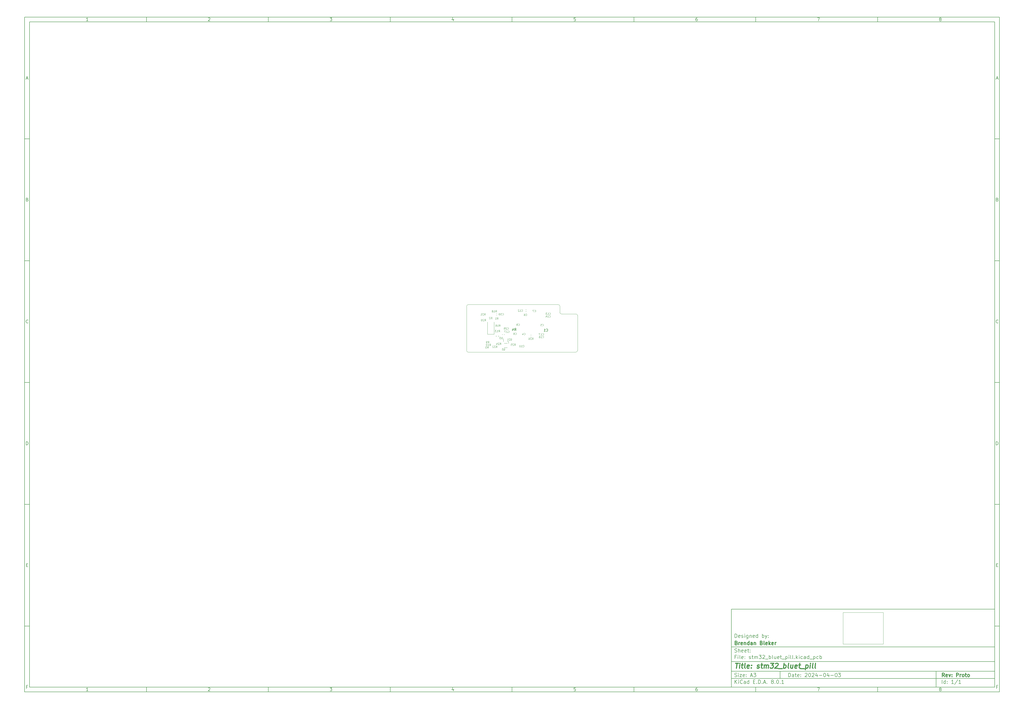
<source format=gbr>
%TF.GenerationSoftware,KiCad,Pcbnew,8.0.1*%
%TF.CreationDate,2024-04-17T19:21:13-07:00*%
%TF.ProjectId,stm32_bluet_pill,73746d33-325f-4626-9c75-65745f70696c,Proto*%
%TF.SameCoordinates,Original*%
%TF.FileFunction,Legend,Bot*%
%TF.FilePolarity,Positive*%
%FSLAX46Y46*%
G04 Gerber Fmt 4.6, Leading zero omitted, Abs format (unit mm)*
G04 Created by KiCad (PCBNEW 8.0.1) date 2024-04-17 19:21:13*
%MOMM*%
%LPD*%
G01*
G04 APERTURE LIST*
%ADD10C,0.100000*%
%ADD11C,0.150000*%
%ADD12C,0.300000*%
%ADD13C,0.400000*%
%ADD14C,0.120000*%
%TA.AperFunction,Profile*%
%ADD15C,0.100000*%
%TD*%
G04 APERTURE END LIST*
D10*
X345821001Y-254402167D02*
X345821001Y-267313833D01*
X362331000Y-267313833D01*
X362331000Y-254402167D01*
X345821001Y-254402167D01*
D11*
X299989000Y-253002200D02*
X407989000Y-253002200D01*
X407989000Y-285002200D01*
X299989000Y-285002200D01*
X299989000Y-253002200D01*
D10*
D11*
X10000000Y-10000000D02*
X409989000Y-10000000D01*
X409989000Y-287002200D01*
X10000000Y-287002200D01*
X10000000Y-10000000D01*
D10*
D11*
X12000000Y-12000000D02*
X407989000Y-12000000D01*
X407989000Y-285002200D01*
X12000000Y-285002200D01*
X12000000Y-12000000D01*
D10*
D11*
X60000000Y-12000000D02*
X60000000Y-10000000D01*
D10*
D11*
X110000000Y-12000000D02*
X110000000Y-10000000D01*
D10*
D11*
X160000000Y-12000000D02*
X160000000Y-10000000D01*
D10*
D11*
X210000000Y-12000000D02*
X210000000Y-10000000D01*
D10*
D11*
X260000000Y-12000000D02*
X260000000Y-10000000D01*
D10*
D11*
X310000000Y-12000000D02*
X310000000Y-10000000D01*
D10*
D11*
X360000000Y-12000000D02*
X360000000Y-10000000D01*
D10*
D11*
X36089160Y-11593604D02*
X35346303Y-11593604D01*
X35717731Y-11593604D02*
X35717731Y-10293604D01*
X35717731Y-10293604D02*
X35593922Y-10479319D01*
X35593922Y-10479319D02*
X35470112Y-10603128D01*
X35470112Y-10603128D02*
X35346303Y-10665033D01*
D10*
D11*
X85346303Y-10417414D02*
X85408207Y-10355509D01*
X85408207Y-10355509D02*
X85532017Y-10293604D01*
X85532017Y-10293604D02*
X85841541Y-10293604D01*
X85841541Y-10293604D02*
X85965350Y-10355509D01*
X85965350Y-10355509D02*
X86027255Y-10417414D01*
X86027255Y-10417414D02*
X86089160Y-10541223D01*
X86089160Y-10541223D02*
X86089160Y-10665033D01*
X86089160Y-10665033D02*
X86027255Y-10850747D01*
X86027255Y-10850747D02*
X85284398Y-11593604D01*
X85284398Y-11593604D02*
X86089160Y-11593604D01*
D10*
D11*
X135284398Y-10293604D02*
X136089160Y-10293604D01*
X136089160Y-10293604D02*
X135655826Y-10788842D01*
X135655826Y-10788842D02*
X135841541Y-10788842D01*
X135841541Y-10788842D02*
X135965350Y-10850747D01*
X135965350Y-10850747D02*
X136027255Y-10912652D01*
X136027255Y-10912652D02*
X136089160Y-11036461D01*
X136089160Y-11036461D02*
X136089160Y-11345985D01*
X136089160Y-11345985D02*
X136027255Y-11469795D01*
X136027255Y-11469795D02*
X135965350Y-11531700D01*
X135965350Y-11531700D02*
X135841541Y-11593604D01*
X135841541Y-11593604D02*
X135470112Y-11593604D01*
X135470112Y-11593604D02*
X135346303Y-11531700D01*
X135346303Y-11531700D02*
X135284398Y-11469795D01*
D10*
D11*
X185965350Y-10726938D02*
X185965350Y-11593604D01*
X185655826Y-10231700D02*
X185346303Y-11160271D01*
X185346303Y-11160271D02*
X186151064Y-11160271D01*
D10*
D11*
X236027255Y-10293604D02*
X235408207Y-10293604D01*
X235408207Y-10293604D02*
X235346303Y-10912652D01*
X235346303Y-10912652D02*
X235408207Y-10850747D01*
X235408207Y-10850747D02*
X235532017Y-10788842D01*
X235532017Y-10788842D02*
X235841541Y-10788842D01*
X235841541Y-10788842D02*
X235965350Y-10850747D01*
X235965350Y-10850747D02*
X236027255Y-10912652D01*
X236027255Y-10912652D02*
X236089160Y-11036461D01*
X236089160Y-11036461D02*
X236089160Y-11345985D01*
X236089160Y-11345985D02*
X236027255Y-11469795D01*
X236027255Y-11469795D02*
X235965350Y-11531700D01*
X235965350Y-11531700D02*
X235841541Y-11593604D01*
X235841541Y-11593604D02*
X235532017Y-11593604D01*
X235532017Y-11593604D02*
X235408207Y-11531700D01*
X235408207Y-11531700D02*
X235346303Y-11469795D01*
D10*
D11*
X285965350Y-10293604D02*
X285717731Y-10293604D01*
X285717731Y-10293604D02*
X285593922Y-10355509D01*
X285593922Y-10355509D02*
X285532017Y-10417414D01*
X285532017Y-10417414D02*
X285408207Y-10603128D01*
X285408207Y-10603128D02*
X285346303Y-10850747D01*
X285346303Y-10850747D02*
X285346303Y-11345985D01*
X285346303Y-11345985D02*
X285408207Y-11469795D01*
X285408207Y-11469795D02*
X285470112Y-11531700D01*
X285470112Y-11531700D02*
X285593922Y-11593604D01*
X285593922Y-11593604D02*
X285841541Y-11593604D01*
X285841541Y-11593604D02*
X285965350Y-11531700D01*
X285965350Y-11531700D02*
X286027255Y-11469795D01*
X286027255Y-11469795D02*
X286089160Y-11345985D01*
X286089160Y-11345985D02*
X286089160Y-11036461D01*
X286089160Y-11036461D02*
X286027255Y-10912652D01*
X286027255Y-10912652D02*
X285965350Y-10850747D01*
X285965350Y-10850747D02*
X285841541Y-10788842D01*
X285841541Y-10788842D02*
X285593922Y-10788842D01*
X285593922Y-10788842D02*
X285470112Y-10850747D01*
X285470112Y-10850747D02*
X285408207Y-10912652D01*
X285408207Y-10912652D02*
X285346303Y-11036461D01*
D10*
D11*
X335284398Y-10293604D02*
X336151064Y-10293604D01*
X336151064Y-10293604D02*
X335593922Y-11593604D01*
D10*
D11*
X385593922Y-10850747D02*
X385470112Y-10788842D01*
X385470112Y-10788842D02*
X385408207Y-10726938D01*
X385408207Y-10726938D02*
X385346303Y-10603128D01*
X385346303Y-10603128D02*
X385346303Y-10541223D01*
X385346303Y-10541223D02*
X385408207Y-10417414D01*
X385408207Y-10417414D02*
X385470112Y-10355509D01*
X385470112Y-10355509D02*
X385593922Y-10293604D01*
X385593922Y-10293604D02*
X385841541Y-10293604D01*
X385841541Y-10293604D02*
X385965350Y-10355509D01*
X385965350Y-10355509D02*
X386027255Y-10417414D01*
X386027255Y-10417414D02*
X386089160Y-10541223D01*
X386089160Y-10541223D02*
X386089160Y-10603128D01*
X386089160Y-10603128D02*
X386027255Y-10726938D01*
X386027255Y-10726938D02*
X385965350Y-10788842D01*
X385965350Y-10788842D02*
X385841541Y-10850747D01*
X385841541Y-10850747D02*
X385593922Y-10850747D01*
X385593922Y-10850747D02*
X385470112Y-10912652D01*
X385470112Y-10912652D02*
X385408207Y-10974557D01*
X385408207Y-10974557D02*
X385346303Y-11098366D01*
X385346303Y-11098366D02*
X385346303Y-11345985D01*
X385346303Y-11345985D02*
X385408207Y-11469795D01*
X385408207Y-11469795D02*
X385470112Y-11531700D01*
X385470112Y-11531700D02*
X385593922Y-11593604D01*
X385593922Y-11593604D02*
X385841541Y-11593604D01*
X385841541Y-11593604D02*
X385965350Y-11531700D01*
X385965350Y-11531700D02*
X386027255Y-11469795D01*
X386027255Y-11469795D02*
X386089160Y-11345985D01*
X386089160Y-11345985D02*
X386089160Y-11098366D01*
X386089160Y-11098366D02*
X386027255Y-10974557D01*
X386027255Y-10974557D02*
X385965350Y-10912652D01*
X385965350Y-10912652D02*
X385841541Y-10850747D01*
D10*
D11*
X60000000Y-285002200D02*
X60000000Y-287002200D01*
D10*
D11*
X110000000Y-285002200D02*
X110000000Y-287002200D01*
D10*
D11*
X160000000Y-285002200D02*
X160000000Y-287002200D01*
D10*
D11*
X210000000Y-285002200D02*
X210000000Y-287002200D01*
D10*
D11*
X260000000Y-285002200D02*
X260000000Y-287002200D01*
D10*
D11*
X310000000Y-285002200D02*
X310000000Y-287002200D01*
D10*
D11*
X360000000Y-285002200D02*
X360000000Y-287002200D01*
D10*
D11*
X36089160Y-286595804D02*
X35346303Y-286595804D01*
X35717731Y-286595804D02*
X35717731Y-285295804D01*
X35717731Y-285295804D02*
X35593922Y-285481519D01*
X35593922Y-285481519D02*
X35470112Y-285605328D01*
X35470112Y-285605328D02*
X35346303Y-285667233D01*
D10*
D11*
X85346303Y-285419614D02*
X85408207Y-285357709D01*
X85408207Y-285357709D02*
X85532017Y-285295804D01*
X85532017Y-285295804D02*
X85841541Y-285295804D01*
X85841541Y-285295804D02*
X85965350Y-285357709D01*
X85965350Y-285357709D02*
X86027255Y-285419614D01*
X86027255Y-285419614D02*
X86089160Y-285543423D01*
X86089160Y-285543423D02*
X86089160Y-285667233D01*
X86089160Y-285667233D02*
X86027255Y-285852947D01*
X86027255Y-285852947D02*
X85284398Y-286595804D01*
X85284398Y-286595804D02*
X86089160Y-286595804D01*
D10*
D11*
X135284398Y-285295804D02*
X136089160Y-285295804D01*
X136089160Y-285295804D02*
X135655826Y-285791042D01*
X135655826Y-285791042D02*
X135841541Y-285791042D01*
X135841541Y-285791042D02*
X135965350Y-285852947D01*
X135965350Y-285852947D02*
X136027255Y-285914852D01*
X136027255Y-285914852D02*
X136089160Y-286038661D01*
X136089160Y-286038661D02*
X136089160Y-286348185D01*
X136089160Y-286348185D02*
X136027255Y-286471995D01*
X136027255Y-286471995D02*
X135965350Y-286533900D01*
X135965350Y-286533900D02*
X135841541Y-286595804D01*
X135841541Y-286595804D02*
X135470112Y-286595804D01*
X135470112Y-286595804D02*
X135346303Y-286533900D01*
X135346303Y-286533900D02*
X135284398Y-286471995D01*
D10*
D11*
X185965350Y-285729138D02*
X185965350Y-286595804D01*
X185655826Y-285233900D02*
X185346303Y-286162471D01*
X185346303Y-286162471D02*
X186151064Y-286162471D01*
D10*
D11*
X236027255Y-285295804D02*
X235408207Y-285295804D01*
X235408207Y-285295804D02*
X235346303Y-285914852D01*
X235346303Y-285914852D02*
X235408207Y-285852947D01*
X235408207Y-285852947D02*
X235532017Y-285791042D01*
X235532017Y-285791042D02*
X235841541Y-285791042D01*
X235841541Y-285791042D02*
X235965350Y-285852947D01*
X235965350Y-285852947D02*
X236027255Y-285914852D01*
X236027255Y-285914852D02*
X236089160Y-286038661D01*
X236089160Y-286038661D02*
X236089160Y-286348185D01*
X236089160Y-286348185D02*
X236027255Y-286471995D01*
X236027255Y-286471995D02*
X235965350Y-286533900D01*
X235965350Y-286533900D02*
X235841541Y-286595804D01*
X235841541Y-286595804D02*
X235532017Y-286595804D01*
X235532017Y-286595804D02*
X235408207Y-286533900D01*
X235408207Y-286533900D02*
X235346303Y-286471995D01*
D10*
D11*
X285965350Y-285295804D02*
X285717731Y-285295804D01*
X285717731Y-285295804D02*
X285593922Y-285357709D01*
X285593922Y-285357709D02*
X285532017Y-285419614D01*
X285532017Y-285419614D02*
X285408207Y-285605328D01*
X285408207Y-285605328D02*
X285346303Y-285852947D01*
X285346303Y-285852947D02*
X285346303Y-286348185D01*
X285346303Y-286348185D02*
X285408207Y-286471995D01*
X285408207Y-286471995D02*
X285470112Y-286533900D01*
X285470112Y-286533900D02*
X285593922Y-286595804D01*
X285593922Y-286595804D02*
X285841541Y-286595804D01*
X285841541Y-286595804D02*
X285965350Y-286533900D01*
X285965350Y-286533900D02*
X286027255Y-286471995D01*
X286027255Y-286471995D02*
X286089160Y-286348185D01*
X286089160Y-286348185D02*
X286089160Y-286038661D01*
X286089160Y-286038661D02*
X286027255Y-285914852D01*
X286027255Y-285914852D02*
X285965350Y-285852947D01*
X285965350Y-285852947D02*
X285841541Y-285791042D01*
X285841541Y-285791042D02*
X285593922Y-285791042D01*
X285593922Y-285791042D02*
X285470112Y-285852947D01*
X285470112Y-285852947D02*
X285408207Y-285914852D01*
X285408207Y-285914852D02*
X285346303Y-286038661D01*
D10*
D11*
X335284398Y-285295804D02*
X336151064Y-285295804D01*
X336151064Y-285295804D02*
X335593922Y-286595804D01*
D10*
D11*
X385593922Y-285852947D02*
X385470112Y-285791042D01*
X385470112Y-285791042D02*
X385408207Y-285729138D01*
X385408207Y-285729138D02*
X385346303Y-285605328D01*
X385346303Y-285605328D02*
X385346303Y-285543423D01*
X385346303Y-285543423D02*
X385408207Y-285419614D01*
X385408207Y-285419614D02*
X385470112Y-285357709D01*
X385470112Y-285357709D02*
X385593922Y-285295804D01*
X385593922Y-285295804D02*
X385841541Y-285295804D01*
X385841541Y-285295804D02*
X385965350Y-285357709D01*
X385965350Y-285357709D02*
X386027255Y-285419614D01*
X386027255Y-285419614D02*
X386089160Y-285543423D01*
X386089160Y-285543423D02*
X386089160Y-285605328D01*
X386089160Y-285605328D02*
X386027255Y-285729138D01*
X386027255Y-285729138D02*
X385965350Y-285791042D01*
X385965350Y-285791042D02*
X385841541Y-285852947D01*
X385841541Y-285852947D02*
X385593922Y-285852947D01*
X385593922Y-285852947D02*
X385470112Y-285914852D01*
X385470112Y-285914852D02*
X385408207Y-285976757D01*
X385408207Y-285976757D02*
X385346303Y-286100566D01*
X385346303Y-286100566D02*
X385346303Y-286348185D01*
X385346303Y-286348185D02*
X385408207Y-286471995D01*
X385408207Y-286471995D02*
X385470112Y-286533900D01*
X385470112Y-286533900D02*
X385593922Y-286595804D01*
X385593922Y-286595804D02*
X385841541Y-286595804D01*
X385841541Y-286595804D02*
X385965350Y-286533900D01*
X385965350Y-286533900D02*
X386027255Y-286471995D01*
X386027255Y-286471995D02*
X386089160Y-286348185D01*
X386089160Y-286348185D02*
X386089160Y-286100566D01*
X386089160Y-286100566D02*
X386027255Y-285976757D01*
X386027255Y-285976757D02*
X385965350Y-285914852D01*
X385965350Y-285914852D02*
X385841541Y-285852947D01*
D10*
D11*
X10000000Y-60000000D02*
X12000000Y-60000000D01*
D10*
D11*
X10000000Y-110000000D02*
X12000000Y-110000000D01*
D10*
D11*
X10000000Y-160000000D02*
X12000000Y-160000000D01*
D10*
D11*
X10000000Y-210000000D02*
X12000000Y-210000000D01*
D10*
D11*
X10000000Y-260000000D02*
X12000000Y-260000000D01*
D10*
D11*
X10690476Y-35222176D02*
X11309523Y-35222176D01*
X10566666Y-35593604D02*
X10999999Y-34293604D01*
X10999999Y-34293604D02*
X11433333Y-35593604D01*
D10*
D11*
X11092857Y-84912652D02*
X11278571Y-84974557D01*
X11278571Y-84974557D02*
X11340476Y-85036461D01*
X11340476Y-85036461D02*
X11402380Y-85160271D01*
X11402380Y-85160271D02*
X11402380Y-85345985D01*
X11402380Y-85345985D02*
X11340476Y-85469795D01*
X11340476Y-85469795D02*
X11278571Y-85531700D01*
X11278571Y-85531700D02*
X11154761Y-85593604D01*
X11154761Y-85593604D02*
X10659523Y-85593604D01*
X10659523Y-85593604D02*
X10659523Y-84293604D01*
X10659523Y-84293604D02*
X11092857Y-84293604D01*
X11092857Y-84293604D02*
X11216666Y-84355509D01*
X11216666Y-84355509D02*
X11278571Y-84417414D01*
X11278571Y-84417414D02*
X11340476Y-84541223D01*
X11340476Y-84541223D02*
X11340476Y-84665033D01*
X11340476Y-84665033D02*
X11278571Y-84788842D01*
X11278571Y-84788842D02*
X11216666Y-84850747D01*
X11216666Y-84850747D02*
X11092857Y-84912652D01*
X11092857Y-84912652D02*
X10659523Y-84912652D01*
D10*
D11*
X11402380Y-135469795D02*
X11340476Y-135531700D01*
X11340476Y-135531700D02*
X11154761Y-135593604D01*
X11154761Y-135593604D02*
X11030952Y-135593604D01*
X11030952Y-135593604D02*
X10845238Y-135531700D01*
X10845238Y-135531700D02*
X10721428Y-135407890D01*
X10721428Y-135407890D02*
X10659523Y-135284080D01*
X10659523Y-135284080D02*
X10597619Y-135036461D01*
X10597619Y-135036461D02*
X10597619Y-134850747D01*
X10597619Y-134850747D02*
X10659523Y-134603128D01*
X10659523Y-134603128D02*
X10721428Y-134479319D01*
X10721428Y-134479319D02*
X10845238Y-134355509D01*
X10845238Y-134355509D02*
X11030952Y-134293604D01*
X11030952Y-134293604D02*
X11154761Y-134293604D01*
X11154761Y-134293604D02*
X11340476Y-134355509D01*
X11340476Y-134355509D02*
X11402380Y-134417414D01*
D10*
D11*
X10659523Y-185593604D02*
X10659523Y-184293604D01*
X10659523Y-184293604D02*
X10969047Y-184293604D01*
X10969047Y-184293604D02*
X11154761Y-184355509D01*
X11154761Y-184355509D02*
X11278571Y-184479319D01*
X11278571Y-184479319D02*
X11340476Y-184603128D01*
X11340476Y-184603128D02*
X11402380Y-184850747D01*
X11402380Y-184850747D02*
X11402380Y-185036461D01*
X11402380Y-185036461D02*
X11340476Y-185284080D01*
X11340476Y-185284080D02*
X11278571Y-185407890D01*
X11278571Y-185407890D02*
X11154761Y-185531700D01*
X11154761Y-185531700D02*
X10969047Y-185593604D01*
X10969047Y-185593604D02*
X10659523Y-185593604D01*
D10*
D11*
X10721428Y-234912652D02*
X11154762Y-234912652D01*
X11340476Y-235593604D02*
X10721428Y-235593604D01*
X10721428Y-235593604D02*
X10721428Y-234293604D01*
X10721428Y-234293604D02*
X11340476Y-234293604D01*
D10*
D11*
X11185714Y-284912652D02*
X10752380Y-284912652D01*
X10752380Y-285593604D02*
X10752380Y-284293604D01*
X10752380Y-284293604D02*
X11371428Y-284293604D01*
D10*
D11*
X409989000Y-60000000D02*
X407989000Y-60000000D01*
D10*
D11*
X409989000Y-110000000D02*
X407989000Y-110000000D01*
D10*
D11*
X409989000Y-160000000D02*
X407989000Y-160000000D01*
D10*
D11*
X409989000Y-210000000D02*
X407989000Y-210000000D01*
D10*
D11*
X409989000Y-260000000D02*
X407989000Y-260000000D01*
D10*
D11*
X408679476Y-35222176D02*
X409298523Y-35222176D01*
X408555666Y-35593604D02*
X408988999Y-34293604D01*
X408988999Y-34293604D02*
X409422333Y-35593604D01*
D10*
D11*
X409081857Y-84912652D02*
X409267571Y-84974557D01*
X409267571Y-84974557D02*
X409329476Y-85036461D01*
X409329476Y-85036461D02*
X409391380Y-85160271D01*
X409391380Y-85160271D02*
X409391380Y-85345985D01*
X409391380Y-85345985D02*
X409329476Y-85469795D01*
X409329476Y-85469795D02*
X409267571Y-85531700D01*
X409267571Y-85531700D02*
X409143761Y-85593604D01*
X409143761Y-85593604D02*
X408648523Y-85593604D01*
X408648523Y-85593604D02*
X408648523Y-84293604D01*
X408648523Y-84293604D02*
X409081857Y-84293604D01*
X409081857Y-84293604D02*
X409205666Y-84355509D01*
X409205666Y-84355509D02*
X409267571Y-84417414D01*
X409267571Y-84417414D02*
X409329476Y-84541223D01*
X409329476Y-84541223D02*
X409329476Y-84665033D01*
X409329476Y-84665033D02*
X409267571Y-84788842D01*
X409267571Y-84788842D02*
X409205666Y-84850747D01*
X409205666Y-84850747D02*
X409081857Y-84912652D01*
X409081857Y-84912652D02*
X408648523Y-84912652D01*
D10*
D11*
X409391380Y-135469795D02*
X409329476Y-135531700D01*
X409329476Y-135531700D02*
X409143761Y-135593604D01*
X409143761Y-135593604D02*
X409019952Y-135593604D01*
X409019952Y-135593604D02*
X408834238Y-135531700D01*
X408834238Y-135531700D02*
X408710428Y-135407890D01*
X408710428Y-135407890D02*
X408648523Y-135284080D01*
X408648523Y-135284080D02*
X408586619Y-135036461D01*
X408586619Y-135036461D02*
X408586619Y-134850747D01*
X408586619Y-134850747D02*
X408648523Y-134603128D01*
X408648523Y-134603128D02*
X408710428Y-134479319D01*
X408710428Y-134479319D02*
X408834238Y-134355509D01*
X408834238Y-134355509D02*
X409019952Y-134293604D01*
X409019952Y-134293604D02*
X409143761Y-134293604D01*
X409143761Y-134293604D02*
X409329476Y-134355509D01*
X409329476Y-134355509D02*
X409391380Y-134417414D01*
D10*
D11*
X408648523Y-185593604D02*
X408648523Y-184293604D01*
X408648523Y-184293604D02*
X408958047Y-184293604D01*
X408958047Y-184293604D02*
X409143761Y-184355509D01*
X409143761Y-184355509D02*
X409267571Y-184479319D01*
X409267571Y-184479319D02*
X409329476Y-184603128D01*
X409329476Y-184603128D02*
X409391380Y-184850747D01*
X409391380Y-184850747D02*
X409391380Y-185036461D01*
X409391380Y-185036461D02*
X409329476Y-185284080D01*
X409329476Y-185284080D02*
X409267571Y-185407890D01*
X409267571Y-185407890D02*
X409143761Y-185531700D01*
X409143761Y-185531700D02*
X408958047Y-185593604D01*
X408958047Y-185593604D02*
X408648523Y-185593604D01*
D10*
D11*
X408710428Y-234912652D02*
X409143762Y-234912652D01*
X409329476Y-235593604D02*
X408710428Y-235593604D01*
X408710428Y-235593604D02*
X408710428Y-234293604D01*
X408710428Y-234293604D02*
X409329476Y-234293604D01*
D10*
D11*
X409174714Y-284912652D02*
X408741380Y-284912652D01*
X408741380Y-285593604D02*
X408741380Y-284293604D01*
X408741380Y-284293604D02*
X409360428Y-284293604D01*
D10*
D11*
X323444826Y-280788328D02*
X323444826Y-279288328D01*
X323444826Y-279288328D02*
X323801969Y-279288328D01*
X323801969Y-279288328D02*
X324016255Y-279359757D01*
X324016255Y-279359757D02*
X324159112Y-279502614D01*
X324159112Y-279502614D02*
X324230541Y-279645471D01*
X324230541Y-279645471D02*
X324301969Y-279931185D01*
X324301969Y-279931185D02*
X324301969Y-280145471D01*
X324301969Y-280145471D02*
X324230541Y-280431185D01*
X324230541Y-280431185D02*
X324159112Y-280574042D01*
X324159112Y-280574042D02*
X324016255Y-280716900D01*
X324016255Y-280716900D02*
X323801969Y-280788328D01*
X323801969Y-280788328D02*
X323444826Y-280788328D01*
X325587684Y-280788328D02*
X325587684Y-280002614D01*
X325587684Y-280002614D02*
X325516255Y-279859757D01*
X325516255Y-279859757D02*
X325373398Y-279788328D01*
X325373398Y-279788328D02*
X325087684Y-279788328D01*
X325087684Y-279788328D02*
X324944826Y-279859757D01*
X325587684Y-280716900D02*
X325444826Y-280788328D01*
X325444826Y-280788328D02*
X325087684Y-280788328D01*
X325087684Y-280788328D02*
X324944826Y-280716900D01*
X324944826Y-280716900D02*
X324873398Y-280574042D01*
X324873398Y-280574042D02*
X324873398Y-280431185D01*
X324873398Y-280431185D02*
X324944826Y-280288328D01*
X324944826Y-280288328D02*
X325087684Y-280216900D01*
X325087684Y-280216900D02*
X325444826Y-280216900D01*
X325444826Y-280216900D02*
X325587684Y-280145471D01*
X326087684Y-279788328D02*
X326659112Y-279788328D01*
X326301969Y-279288328D02*
X326301969Y-280574042D01*
X326301969Y-280574042D02*
X326373398Y-280716900D01*
X326373398Y-280716900D02*
X326516255Y-280788328D01*
X326516255Y-280788328D02*
X326659112Y-280788328D01*
X327730541Y-280716900D02*
X327587684Y-280788328D01*
X327587684Y-280788328D02*
X327301970Y-280788328D01*
X327301970Y-280788328D02*
X327159112Y-280716900D01*
X327159112Y-280716900D02*
X327087684Y-280574042D01*
X327087684Y-280574042D02*
X327087684Y-280002614D01*
X327087684Y-280002614D02*
X327159112Y-279859757D01*
X327159112Y-279859757D02*
X327301970Y-279788328D01*
X327301970Y-279788328D02*
X327587684Y-279788328D01*
X327587684Y-279788328D02*
X327730541Y-279859757D01*
X327730541Y-279859757D02*
X327801970Y-280002614D01*
X327801970Y-280002614D02*
X327801970Y-280145471D01*
X327801970Y-280145471D02*
X327087684Y-280288328D01*
X328444826Y-280645471D02*
X328516255Y-280716900D01*
X328516255Y-280716900D02*
X328444826Y-280788328D01*
X328444826Y-280788328D02*
X328373398Y-280716900D01*
X328373398Y-280716900D02*
X328444826Y-280645471D01*
X328444826Y-280645471D02*
X328444826Y-280788328D01*
X328444826Y-279859757D02*
X328516255Y-279931185D01*
X328516255Y-279931185D02*
X328444826Y-280002614D01*
X328444826Y-280002614D02*
X328373398Y-279931185D01*
X328373398Y-279931185D02*
X328444826Y-279859757D01*
X328444826Y-279859757D02*
X328444826Y-280002614D01*
X330230541Y-279431185D02*
X330301969Y-279359757D01*
X330301969Y-279359757D02*
X330444827Y-279288328D01*
X330444827Y-279288328D02*
X330801969Y-279288328D01*
X330801969Y-279288328D02*
X330944827Y-279359757D01*
X330944827Y-279359757D02*
X331016255Y-279431185D01*
X331016255Y-279431185D02*
X331087684Y-279574042D01*
X331087684Y-279574042D02*
X331087684Y-279716900D01*
X331087684Y-279716900D02*
X331016255Y-279931185D01*
X331016255Y-279931185D02*
X330159112Y-280788328D01*
X330159112Y-280788328D02*
X331087684Y-280788328D01*
X332016255Y-279288328D02*
X332159112Y-279288328D01*
X332159112Y-279288328D02*
X332301969Y-279359757D01*
X332301969Y-279359757D02*
X332373398Y-279431185D01*
X332373398Y-279431185D02*
X332444826Y-279574042D01*
X332444826Y-279574042D02*
X332516255Y-279859757D01*
X332516255Y-279859757D02*
X332516255Y-280216900D01*
X332516255Y-280216900D02*
X332444826Y-280502614D01*
X332444826Y-280502614D02*
X332373398Y-280645471D01*
X332373398Y-280645471D02*
X332301969Y-280716900D01*
X332301969Y-280716900D02*
X332159112Y-280788328D01*
X332159112Y-280788328D02*
X332016255Y-280788328D01*
X332016255Y-280788328D02*
X331873398Y-280716900D01*
X331873398Y-280716900D02*
X331801969Y-280645471D01*
X331801969Y-280645471D02*
X331730540Y-280502614D01*
X331730540Y-280502614D02*
X331659112Y-280216900D01*
X331659112Y-280216900D02*
X331659112Y-279859757D01*
X331659112Y-279859757D02*
X331730540Y-279574042D01*
X331730540Y-279574042D02*
X331801969Y-279431185D01*
X331801969Y-279431185D02*
X331873398Y-279359757D01*
X331873398Y-279359757D02*
X332016255Y-279288328D01*
X333087683Y-279431185D02*
X333159111Y-279359757D01*
X333159111Y-279359757D02*
X333301969Y-279288328D01*
X333301969Y-279288328D02*
X333659111Y-279288328D01*
X333659111Y-279288328D02*
X333801969Y-279359757D01*
X333801969Y-279359757D02*
X333873397Y-279431185D01*
X333873397Y-279431185D02*
X333944826Y-279574042D01*
X333944826Y-279574042D02*
X333944826Y-279716900D01*
X333944826Y-279716900D02*
X333873397Y-279931185D01*
X333873397Y-279931185D02*
X333016254Y-280788328D01*
X333016254Y-280788328D02*
X333944826Y-280788328D01*
X335230540Y-279788328D02*
X335230540Y-280788328D01*
X334873397Y-279216900D02*
X334516254Y-280288328D01*
X334516254Y-280288328D02*
X335444825Y-280288328D01*
X336016253Y-280216900D02*
X337159111Y-280216900D01*
X338159111Y-279288328D02*
X338301968Y-279288328D01*
X338301968Y-279288328D02*
X338444825Y-279359757D01*
X338444825Y-279359757D02*
X338516254Y-279431185D01*
X338516254Y-279431185D02*
X338587682Y-279574042D01*
X338587682Y-279574042D02*
X338659111Y-279859757D01*
X338659111Y-279859757D02*
X338659111Y-280216900D01*
X338659111Y-280216900D02*
X338587682Y-280502614D01*
X338587682Y-280502614D02*
X338516254Y-280645471D01*
X338516254Y-280645471D02*
X338444825Y-280716900D01*
X338444825Y-280716900D02*
X338301968Y-280788328D01*
X338301968Y-280788328D02*
X338159111Y-280788328D01*
X338159111Y-280788328D02*
X338016254Y-280716900D01*
X338016254Y-280716900D02*
X337944825Y-280645471D01*
X337944825Y-280645471D02*
X337873396Y-280502614D01*
X337873396Y-280502614D02*
X337801968Y-280216900D01*
X337801968Y-280216900D02*
X337801968Y-279859757D01*
X337801968Y-279859757D02*
X337873396Y-279574042D01*
X337873396Y-279574042D02*
X337944825Y-279431185D01*
X337944825Y-279431185D02*
X338016254Y-279359757D01*
X338016254Y-279359757D02*
X338159111Y-279288328D01*
X339944825Y-279788328D02*
X339944825Y-280788328D01*
X339587682Y-279216900D02*
X339230539Y-280288328D01*
X339230539Y-280288328D02*
X340159110Y-280288328D01*
X340730538Y-280216900D02*
X341873396Y-280216900D01*
X342873396Y-279288328D02*
X343016253Y-279288328D01*
X343016253Y-279288328D02*
X343159110Y-279359757D01*
X343159110Y-279359757D02*
X343230539Y-279431185D01*
X343230539Y-279431185D02*
X343301967Y-279574042D01*
X343301967Y-279574042D02*
X343373396Y-279859757D01*
X343373396Y-279859757D02*
X343373396Y-280216900D01*
X343373396Y-280216900D02*
X343301967Y-280502614D01*
X343301967Y-280502614D02*
X343230539Y-280645471D01*
X343230539Y-280645471D02*
X343159110Y-280716900D01*
X343159110Y-280716900D02*
X343016253Y-280788328D01*
X343016253Y-280788328D02*
X342873396Y-280788328D01*
X342873396Y-280788328D02*
X342730539Y-280716900D01*
X342730539Y-280716900D02*
X342659110Y-280645471D01*
X342659110Y-280645471D02*
X342587681Y-280502614D01*
X342587681Y-280502614D02*
X342516253Y-280216900D01*
X342516253Y-280216900D02*
X342516253Y-279859757D01*
X342516253Y-279859757D02*
X342587681Y-279574042D01*
X342587681Y-279574042D02*
X342659110Y-279431185D01*
X342659110Y-279431185D02*
X342730539Y-279359757D01*
X342730539Y-279359757D02*
X342873396Y-279288328D01*
X343873395Y-279288328D02*
X344801967Y-279288328D01*
X344801967Y-279288328D02*
X344301967Y-279859757D01*
X344301967Y-279859757D02*
X344516252Y-279859757D01*
X344516252Y-279859757D02*
X344659110Y-279931185D01*
X344659110Y-279931185D02*
X344730538Y-280002614D01*
X344730538Y-280002614D02*
X344801967Y-280145471D01*
X344801967Y-280145471D02*
X344801967Y-280502614D01*
X344801967Y-280502614D02*
X344730538Y-280645471D01*
X344730538Y-280645471D02*
X344659110Y-280716900D01*
X344659110Y-280716900D02*
X344516252Y-280788328D01*
X344516252Y-280788328D02*
X344087681Y-280788328D01*
X344087681Y-280788328D02*
X343944824Y-280716900D01*
X343944824Y-280716900D02*
X343873395Y-280645471D01*
D10*
D11*
X299989000Y-281502200D02*
X407989000Y-281502200D01*
D10*
D11*
X301444826Y-283588328D02*
X301444826Y-282088328D01*
X302301969Y-283588328D02*
X301659112Y-282731185D01*
X302301969Y-282088328D02*
X301444826Y-282945471D01*
X302944826Y-283588328D02*
X302944826Y-282588328D01*
X302944826Y-282088328D02*
X302873398Y-282159757D01*
X302873398Y-282159757D02*
X302944826Y-282231185D01*
X302944826Y-282231185D02*
X303016255Y-282159757D01*
X303016255Y-282159757D02*
X302944826Y-282088328D01*
X302944826Y-282088328D02*
X302944826Y-282231185D01*
X304516255Y-283445471D02*
X304444827Y-283516900D01*
X304444827Y-283516900D02*
X304230541Y-283588328D01*
X304230541Y-283588328D02*
X304087684Y-283588328D01*
X304087684Y-283588328D02*
X303873398Y-283516900D01*
X303873398Y-283516900D02*
X303730541Y-283374042D01*
X303730541Y-283374042D02*
X303659112Y-283231185D01*
X303659112Y-283231185D02*
X303587684Y-282945471D01*
X303587684Y-282945471D02*
X303587684Y-282731185D01*
X303587684Y-282731185D02*
X303659112Y-282445471D01*
X303659112Y-282445471D02*
X303730541Y-282302614D01*
X303730541Y-282302614D02*
X303873398Y-282159757D01*
X303873398Y-282159757D02*
X304087684Y-282088328D01*
X304087684Y-282088328D02*
X304230541Y-282088328D01*
X304230541Y-282088328D02*
X304444827Y-282159757D01*
X304444827Y-282159757D02*
X304516255Y-282231185D01*
X305801970Y-283588328D02*
X305801970Y-282802614D01*
X305801970Y-282802614D02*
X305730541Y-282659757D01*
X305730541Y-282659757D02*
X305587684Y-282588328D01*
X305587684Y-282588328D02*
X305301970Y-282588328D01*
X305301970Y-282588328D02*
X305159112Y-282659757D01*
X305801970Y-283516900D02*
X305659112Y-283588328D01*
X305659112Y-283588328D02*
X305301970Y-283588328D01*
X305301970Y-283588328D02*
X305159112Y-283516900D01*
X305159112Y-283516900D02*
X305087684Y-283374042D01*
X305087684Y-283374042D02*
X305087684Y-283231185D01*
X305087684Y-283231185D02*
X305159112Y-283088328D01*
X305159112Y-283088328D02*
X305301970Y-283016900D01*
X305301970Y-283016900D02*
X305659112Y-283016900D01*
X305659112Y-283016900D02*
X305801970Y-282945471D01*
X307159113Y-283588328D02*
X307159113Y-282088328D01*
X307159113Y-283516900D02*
X307016255Y-283588328D01*
X307016255Y-283588328D02*
X306730541Y-283588328D01*
X306730541Y-283588328D02*
X306587684Y-283516900D01*
X306587684Y-283516900D02*
X306516255Y-283445471D01*
X306516255Y-283445471D02*
X306444827Y-283302614D01*
X306444827Y-283302614D02*
X306444827Y-282874042D01*
X306444827Y-282874042D02*
X306516255Y-282731185D01*
X306516255Y-282731185D02*
X306587684Y-282659757D01*
X306587684Y-282659757D02*
X306730541Y-282588328D01*
X306730541Y-282588328D02*
X307016255Y-282588328D01*
X307016255Y-282588328D02*
X307159113Y-282659757D01*
X309016255Y-282802614D02*
X309516255Y-282802614D01*
X309730541Y-283588328D02*
X309016255Y-283588328D01*
X309016255Y-283588328D02*
X309016255Y-282088328D01*
X309016255Y-282088328D02*
X309730541Y-282088328D01*
X310373398Y-283445471D02*
X310444827Y-283516900D01*
X310444827Y-283516900D02*
X310373398Y-283588328D01*
X310373398Y-283588328D02*
X310301970Y-283516900D01*
X310301970Y-283516900D02*
X310373398Y-283445471D01*
X310373398Y-283445471D02*
X310373398Y-283588328D01*
X311087684Y-283588328D02*
X311087684Y-282088328D01*
X311087684Y-282088328D02*
X311444827Y-282088328D01*
X311444827Y-282088328D02*
X311659113Y-282159757D01*
X311659113Y-282159757D02*
X311801970Y-282302614D01*
X311801970Y-282302614D02*
X311873399Y-282445471D01*
X311873399Y-282445471D02*
X311944827Y-282731185D01*
X311944827Y-282731185D02*
X311944827Y-282945471D01*
X311944827Y-282945471D02*
X311873399Y-283231185D01*
X311873399Y-283231185D02*
X311801970Y-283374042D01*
X311801970Y-283374042D02*
X311659113Y-283516900D01*
X311659113Y-283516900D02*
X311444827Y-283588328D01*
X311444827Y-283588328D02*
X311087684Y-283588328D01*
X312587684Y-283445471D02*
X312659113Y-283516900D01*
X312659113Y-283516900D02*
X312587684Y-283588328D01*
X312587684Y-283588328D02*
X312516256Y-283516900D01*
X312516256Y-283516900D02*
X312587684Y-283445471D01*
X312587684Y-283445471D02*
X312587684Y-283588328D01*
X313230542Y-283159757D02*
X313944828Y-283159757D01*
X313087685Y-283588328D02*
X313587685Y-282088328D01*
X313587685Y-282088328D02*
X314087685Y-283588328D01*
X314587684Y-283445471D02*
X314659113Y-283516900D01*
X314659113Y-283516900D02*
X314587684Y-283588328D01*
X314587684Y-283588328D02*
X314516256Y-283516900D01*
X314516256Y-283516900D02*
X314587684Y-283445471D01*
X314587684Y-283445471D02*
X314587684Y-283588328D01*
X316659113Y-282731185D02*
X316516256Y-282659757D01*
X316516256Y-282659757D02*
X316444827Y-282588328D01*
X316444827Y-282588328D02*
X316373399Y-282445471D01*
X316373399Y-282445471D02*
X316373399Y-282374042D01*
X316373399Y-282374042D02*
X316444827Y-282231185D01*
X316444827Y-282231185D02*
X316516256Y-282159757D01*
X316516256Y-282159757D02*
X316659113Y-282088328D01*
X316659113Y-282088328D02*
X316944827Y-282088328D01*
X316944827Y-282088328D02*
X317087685Y-282159757D01*
X317087685Y-282159757D02*
X317159113Y-282231185D01*
X317159113Y-282231185D02*
X317230542Y-282374042D01*
X317230542Y-282374042D02*
X317230542Y-282445471D01*
X317230542Y-282445471D02*
X317159113Y-282588328D01*
X317159113Y-282588328D02*
X317087685Y-282659757D01*
X317087685Y-282659757D02*
X316944827Y-282731185D01*
X316944827Y-282731185D02*
X316659113Y-282731185D01*
X316659113Y-282731185D02*
X316516256Y-282802614D01*
X316516256Y-282802614D02*
X316444827Y-282874042D01*
X316444827Y-282874042D02*
X316373399Y-283016900D01*
X316373399Y-283016900D02*
X316373399Y-283302614D01*
X316373399Y-283302614D02*
X316444827Y-283445471D01*
X316444827Y-283445471D02*
X316516256Y-283516900D01*
X316516256Y-283516900D02*
X316659113Y-283588328D01*
X316659113Y-283588328D02*
X316944827Y-283588328D01*
X316944827Y-283588328D02*
X317087685Y-283516900D01*
X317087685Y-283516900D02*
X317159113Y-283445471D01*
X317159113Y-283445471D02*
X317230542Y-283302614D01*
X317230542Y-283302614D02*
X317230542Y-283016900D01*
X317230542Y-283016900D02*
X317159113Y-282874042D01*
X317159113Y-282874042D02*
X317087685Y-282802614D01*
X317087685Y-282802614D02*
X316944827Y-282731185D01*
X317873398Y-283445471D02*
X317944827Y-283516900D01*
X317944827Y-283516900D02*
X317873398Y-283588328D01*
X317873398Y-283588328D02*
X317801970Y-283516900D01*
X317801970Y-283516900D02*
X317873398Y-283445471D01*
X317873398Y-283445471D02*
X317873398Y-283588328D01*
X318873399Y-282088328D02*
X319016256Y-282088328D01*
X319016256Y-282088328D02*
X319159113Y-282159757D01*
X319159113Y-282159757D02*
X319230542Y-282231185D01*
X319230542Y-282231185D02*
X319301970Y-282374042D01*
X319301970Y-282374042D02*
X319373399Y-282659757D01*
X319373399Y-282659757D02*
X319373399Y-283016900D01*
X319373399Y-283016900D02*
X319301970Y-283302614D01*
X319301970Y-283302614D02*
X319230542Y-283445471D01*
X319230542Y-283445471D02*
X319159113Y-283516900D01*
X319159113Y-283516900D02*
X319016256Y-283588328D01*
X319016256Y-283588328D02*
X318873399Y-283588328D01*
X318873399Y-283588328D02*
X318730542Y-283516900D01*
X318730542Y-283516900D02*
X318659113Y-283445471D01*
X318659113Y-283445471D02*
X318587684Y-283302614D01*
X318587684Y-283302614D02*
X318516256Y-283016900D01*
X318516256Y-283016900D02*
X318516256Y-282659757D01*
X318516256Y-282659757D02*
X318587684Y-282374042D01*
X318587684Y-282374042D02*
X318659113Y-282231185D01*
X318659113Y-282231185D02*
X318730542Y-282159757D01*
X318730542Y-282159757D02*
X318873399Y-282088328D01*
X320016255Y-283445471D02*
X320087684Y-283516900D01*
X320087684Y-283516900D02*
X320016255Y-283588328D01*
X320016255Y-283588328D02*
X319944827Y-283516900D01*
X319944827Y-283516900D02*
X320016255Y-283445471D01*
X320016255Y-283445471D02*
X320016255Y-283588328D01*
X321516256Y-283588328D02*
X320659113Y-283588328D01*
X321087684Y-283588328D02*
X321087684Y-282088328D01*
X321087684Y-282088328D02*
X320944827Y-282302614D01*
X320944827Y-282302614D02*
X320801970Y-282445471D01*
X320801970Y-282445471D02*
X320659113Y-282516900D01*
D10*
D11*
X299989000Y-278502200D02*
X407989000Y-278502200D01*
D10*
D12*
X387400653Y-280780528D02*
X386900653Y-280066242D01*
X386543510Y-280780528D02*
X386543510Y-279280528D01*
X386543510Y-279280528D02*
X387114939Y-279280528D01*
X387114939Y-279280528D02*
X387257796Y-279351957D01*
X387257796Y-279351957D02*
X387329225Y-279423385D01*
X387329225Y-279423385D02*
X387400653Y-279566242D01*
X387400653Y-279566242D02*
X387400653Y-279780528D01*
X387400653Y-279780528D02*
X387329225Y-279923385D01*
X387329225Y-279923385D02*
X387257796Y-279994814D01*
X387257796Y-279994814D02*
X387114939Y-280066242D01*
X387114939Y-280066242D02*
X386543510Y-280066242D01*
X388614939Y-280709100D02*
X388472082Y-280780528D01*
X388472082Y-280780528D02*
X388186368Y-280780528D01*
X388186368Y-280780528D02*
X388043510Y-280709100D01*
X388043510Y-280709100D02*
X387972082Y-280566242D01*
X387972082Y-280566242D02*
X387972082Y-279994814D01*
X387972082Y-279994814D02*
X388043510Y-279851957D01*
X388043510Y-279851957D02*
X388186368Y-279780528D01*
X388186368Y-279780528D02*
X388472082Y-279780528D01*
X388472082Y-279780528D02*
X388614939Y-279851957D01*
X388614939Y-279851957D02*
X388686368Y-279994814D01*
X388686368Y-279994814D02*
X388686368Y-280137671D01*
X388686368Y-280137671D02*
X387972082Y-280280528D01*
X389186367Y-279780528D02*
X389543510Y-280780528D01*
X389543510Y-280780528D02*
X389900653Y-279780528D01*
X390472081Y-280637671D02*
X390543510Y-280709100D01*
X390543510Y-280709100D02*
X390472081Y-280780528D01*
X390472081Y-280780528D02*
X390400653Y-280709100D01*
X390400653Y-280709100D02*
X390472081Y-280637671D01*
X390472081Y-280637671D02*
X390472081Y-280780528D01*
X390472081Y-279851957D02*
X390543510Y-279923385D01*
X390543510Y-279923385D02*
X390472081Y-279994814D01*
X390472081Y-279994814D02*
X390400653Y-279923385D01*
X390400653Y-279923385D02*
X390472081Y-279851957D01*
X390472081Y-279851957D02*
X390472081Y-279994814D01*
X392329224Y-280780528D02*
X392329224Y-279280528D01*
X392329224Y-279280528D02*
X392900653Y-279280528D01*
X392900653Y-279280528D02*
X393043510Y-279351957D01*
X393043510Y-279351957D02*
X393114939Y-279423385D01*
X393114939Y-279423385D02*
X393186367Y-279566242D01*
X393186367Y-279566242D02*
X393186367Y-279780528D01*
X393186367Y-279780528D02*
X393114939Y-279923385D01*
X393114939Y-279923385D02*
X393043510Y-279994814D01*
X393043510Y-279994814D02*
X392900653Y-280066242D01*
X392900653Y-280066242D02*
X392329224Y-280066242D01*
X393829224Y-280780528D02*
X393829224Y-279780528D01*
X393829224Y-280066242D02*
X393900653Y-279923385D01*
X393900653Y-279923385D02*
X393972082Y-279851957D01*
X393972082Y-279851957D02*
X394114939Y-279780528D01*
X394114939Y-279780528D02*
X394257796Y-279780528D01*
X394972081Y-280780528D02*
X394829224Y-280709100D01*
X394829224Y-280709100D02*
X394757795Y-280637671D01*
X394757795Y-280637671D02*
X394686367Y-280494814D01*
X394686367Y-280494814D02*
X394686367Y-280066242D01*
X394686367Y-280066242D02*
X394757795Y-279923385D01*
X394757795Y-279923385D02*
X394829224Y-279851957D01*
X394829224Y-279851957D02*
X394972081Y-279780528D01*
X394972081Y-279780528D02*
X395186367Y-279780528D01*
X395186367Y-279780528D02*
X395329224Y-279851957D01*
X395329224Y-279851957D02*
X395400653Y-279923385D01*
X395400653Y-279923385D02*
X395472081Y-280066242D01*
X395472081Y-280066242D02*
X395472081Y-280494814D01*
X395472081Y-280494814D02*
X395400653Y-280637671D01*
X395400653Y-280637671D02*
X395329224Y-280709100D01*
X395329224Y-280709100D02*
X395186367Y-280780528D01*
X395186367Y-280780528D02*
X394972081Y-280780528D01*
X395900653Y-279780528D02*
X396472081Y-279780528D01*
X396114938Y-279280528D02*
X396114938Y-280566242D01*
X396114938Y-280566242D02*
X396186367Y-280709100D01*
X396186367Y-280709100D02*
X396329224Y-280780528D01*
X396329224Y-280780528D02*
X396472081Y-280780528D01*
X397186367Y-280780528D02*
X397043510Y-280709100D01*
X397043510Y-280709100D02*
X396972081Y-280637671D01*
X396972081Y-280637671D02*
X396900653Y-280494814D01*
X396900653Y-280494814D02*
X396900653Y-280066242D01*
X396900653Y-280066242D02*
X396972081Y-279923385D01*
X396972081Y-279923385D02*
X397043510Y-279851957D01*
X397043510Y-279851957D02*
X397186367Y-279780528D01*
X397186367Y-279780528D02*
X397400653Y-279780528D01*
X397400653Y-279780528D02*
X397543510Y-279851957D01*
X397543510Y-279851957D02*
X397614939Y-279923385D01*
X397614939Y-279923385D02*
X397686367Y-280066242D01*
X397686367Y-280066242D02*
X397686367Y-280494814D01*
X397686367Y-280494814D02*
X397614939Y-280637671D01*
X397614939Y-280637671D02*
X397543510Y-280709100D01*
X397543510Y-280709100D02*
X397400653Y-280780528D01*
X397400653Y-280780528D02*
X397186367Y-280780528D01*
D10*
D11*
X301373398Y-280716900D02*
X301587684Y-280788328D01*
X301587684Y-280788328D02*
X301944826Y-280788328D01*
X301944826Y-280788328D02*
X302087684Y-280716900D01*
X302087684Y-280716900D02*
X302159112Y-280645471D01*
X302159112Y-280645471D02*
X302230541Y-280502614D01*
X302230541Y-280502614D02*
X302230541Y-280359757D01*
X302230541Y-280359757D02*
X302159112Y-280216900D01*
X302159112Y-280216900D02*
X302087684Y-280145471D01*
X302087684Y-280145471D02*
X301944826Y-280074042D01*
X301944826Y-280074042D02*
X301659112Y-280002614D01*
X301659112Y-280002614D02*
X301516255Y-279931185D01*
X301516255Y-279931185D02*
X301444826Y-279859757D01*
X301444826Y-279859757D02*
X301373398Y-279716900D01*
X301373398Y-279716900D02*
X301373398Y-279574042D01*
X301373398Y-279574042D02*
X301444826Y-279431185D01*
X301444826Y-279431185D02*
X301516255Y-279359757D01*
X301516255Y-279359757D02*
X301659112Y-279288328D01*
X301659112Y-279288328D02*
X302016255Y-279288328D01*
X302016255Y-279288328D02*
X302230541Y-279359757D01*
X302873397Y-280788328D02*
X302873397Y-279788328D01*
X302873397Y-279288328D02*
X302801969Y-279359757D01*
X302801969Y-279359757D02*
X302873397Y-279431185D01*
X302873397Y-279431185D02*
X302944826Y-279359757D01*
X302944826Y-279359757D02*
X302873397Y-279288328D01*
X302873397Y-279288328D02*
X302873397Y-279431185D01*
X303444826Y-279788328D02*
X304230541Y-279788328D01*
X304230541Y-279788328D02*
X303444826Y-280788328D01*
X303444826Y-280788328D02*
X304230541Y-280788328D01*
X305373398Y-280716900D02*
X305230541Y-280788328D01*
X305230541Y-280788328D02*
X304944827Y-280788328D01*
X304944827Y-280788328D02*
X304801969Y-280716900D01*
X304801969Y-280716900D02*
X304730541Y-280574042D01*
X304730541Y-280574042D02*
X304730541Y-280002614D01*
X304730541Y-280002614D02*
X304801969Y-279859757D01*
X304801969Y-279859757D02*
X304944827Y-279788328D01*
X304944827Y-279788328D02*
X305230541Y-279788328D01*
X305230541Y-279788328D02*
X305373398Y-279859757D01*
X305373398Y-279859757D02*
X305444827Y-280002614D01*
X305444827Y-280002614D02*
X305444827Y-280145471D01*
X305444827Y-280145471D02*
X304730541Y-280288328D01*
X306087683Y-280645471D02*
X306159112Y-280716900D01*
X306159112Y-280716900D02*
X306087683Y-280788328D01*
X306087683Y-280788328D02*
X306016255Y-280716900D01*
X306016255Y-280716900D02*
X306087683Y-280645471D01*
X306087683Y-280645471D02*
X306087683Y-280788328D01*
X306087683Y-279859757D02*
X306159112Y-279931185D01*
X306159112Y-279931185D02*
X306087683Y-280002614D01*
X306087683Y-280002614D02*
X306016255Y-279931185D01*
X306016255Y-279931185D02*
X306087683Y-279859757D01*
X306087683Y-279859757D02*
X306087683Y-280002614D01*
X307873398Y-280359757D02*
X308587684Y-280359757D01*
X307730541Y-280788328D02*
X308230541Y-279288328D01*
X308230541Y-279288328D02*
X308730541Y-280788328D01*
X309087683Y-279288328D02*
X310016255Y-279288328D01*
X310016255Y-279288328D02*
X309516255Y-279859757D01*
X309516255Y-279859757D02*
X309730540Y-279859757D01*
X309730540Y-279859757D02*
X309873398Y-279931185D01*
X309873398Y-279931185D02*
X309944826Y-280002614D01*
X309944826Y-280002614D02*
X310016255Y-280145471D01*
X310016255Y-280145471D02*
X310016255Y-280502614D01*
X310016255Y-280502614D02*
X309944826Y-280645471D01*
X309944826Y-280645471D02*
X309873398Y-280716900D01*
X309873398Y-280716900D02*
X309730540Y-280788328D01*
X309730540Y-280788328D02*
X309301969Y-280788328D01*
X309301969Y-280788328D02*
X309159112Y-280716900D01*
X309159112Y-280716900D02*
X309087683Y-280645471D01*
D10*
D11*
X386444826Y-283588328D02*
X386444826Y-282088328D01*
X387801970Y-283588328D02*
X387801970Y-282088328D01*
X387801970Y-283516900D02*
X387659112Y-283588328D01*
X387659112Y-283588328D02*
X387373398Y-283588328D01*
X387373398Y-283588328D02*
X387230541Y-283516900D01*
X387230541Y-283516900D02*
X387159112Y-283445471D01*
X387159112Y-283445471D02*
X387087684Y-283302614D01*
X387087684Y-283302614D02*
X387087684Y-282874042D01*
X387087684Y-282874042D02*
X387159112Y-282731185D01*
X387159112Y-282731185D02*
X387230541Y-282659757D01*
X387230541Y-282659757D02*
X387373398Y-282588328D01*
X387373398Y-282588328D02*
X387659112Y-282588328D01*
X387659112Y-282588328D02*
X387801970Y-282659757D01*
X388516255Y-283445471D02*
X388587684Y-283516900D01*
X388587684Y-283516900D02*
X388516255Y-283588328D01*
X388516255Y-283588328D02*
X388444827Y-283516900D01*
X388444827Y-283516900D02*
X388516255Y-283445471D01*
X388516255Y-283445471D02*
X388516255Y-283588328D01*
X388516255Y-282659757D02*
X388587684Y-282731185D01*
X388587684Y-282731185D02*
X388516255Y-282802614D01*
X388516255Y-282802614D02*
X388444827Y-282731185D01*
X388444827Y-282731185D02*
X388516255Y-282659757D01*
X388516255Y-282659757D02*
X388516255Y-282802614D01*
X391159113Y-283588328D02*
X390301970Y-283588328D01*
X390730541Y-283588328D02*
X390730541Y-282088328D01*
X390730541Y-282088328D02*
X390587684Y-282302614D01*
X390587684Y-282302614D02*
X390444827Y-282445471D01*
X390444827Y-282445471D02*
X390301970Y-282516900D01*
X392873398Y-282016900D02*
X391587684Y-283945471D01*
X394159113Y-283588328D02*
X393301970Y-283588328D01*
X393730541Y-283588328D02*
X393730541Y-282088328D01*
X393730541Y-282088328D02*
X393587684Y-282302614D01*
X393587684Y-282302614D02*
X393444827Y-282445471D01*
X393444827Y-282445471D02*
X393301970Y-282516900D01*
D10*
D11*
X299989000Y-274502200D02*
X407989000Y-274502200D01*
D10*
D13*
X301680728Y-275206638D02*
X302823585Y-275206638D01*
X302002157Y-277206638D02*
X302252157Y-275206638D01*
X303240252Y-277206638D02*
X303406919Y-275873304D01*
X303490252Y-275206638D02*
X303383109Y-275301876D01*
X303383109Y-275301876D02*
X303466443Y-275397114D01*
X303466443Y-275397114D02*
X303573586Y-275301876D01*
X303573586Y-275301876D02*
X303490252Y-275206638D01*
X303490252Y-275206638D02*
X303466443Y-275397114D01*
X304073586Y-275873304D02*
X304835490Y-275873304D01*
X304442633Y-275206638D02*
X304228348Y-276920923D01*
X304228348Y-276920923D02*
X304299776Y-277111400D01*
X304299776Y-277111400D02*
X304478348Y-277206638D01*
X304478348Y-277206638D02*
X304668824Y-277206638D01*
X305621205Y-277206638D02*
X305442633Y-277111400D01*
X305442633Y-277111400D02*
X305371205Y-276920923D01*
X305371205Y-276920923D02*
X305585490Y-275206638D01*
X307156919Y-277111400D02*
X306954538Y-277206638D01*
X306954538Y-277206638D02*
X306573585Y-277206638D01*
X306573585Y-277206638D02*
X306395014Y-277111400D01*
X306395014Y-277111400D02*
X306323585Y-276920923D01*
X306323585Y-276920923D02*
X306418824Y-276159019D01*
X306418824Y-276159019D02*
X306537871Y-275968542D01*
X306537871Y-275968542D02*
X306740252Y-275873304D01*
X306740252Y-275873304D02*
X307121204Y-275873304D01*
X307121204Y-275873304D02*
X307299776Y-275968542D01*
X307299776Y-275968542D02*
X307371204Y-276159019D01*
X307371204Y-276159019D02*
X307347395Y-276349495D01*
X307347395Y-276349495D02*
X306371204Y-276539971D01*
X308121205Y-277016161D02*
X308204538Y-277111400D01*
X308204538Y-277111400D02*
X308097395Y-277206638D01*
X308097395Y-277206638D02*
X308014062Y-277111400D01*
X308014062Y-277111400D02*
X308121205Y-277016161D01*
X308121205Y-277016161D02*
X308097395Y-277206638D01*
X308252157Y-275968542D02*
X308335490Y-276063780D01*
X308335490Y-276063780D02*
X308228348Y-276159019D01*
X308228348Y-276159019D02*
X308145014Y-276063780D01*
X308145014Y-276063780D02*
X308252157Y-275968542D01*
X308252157Y-275968542D02*
X308228348Y-276159019D01*
X310490253Y-277111400D02*
X310668824Y-277206638D01*
X310668824Y-277206638D02*
X311049777Y-277206638D01*
X311049777Y-277206638D02*
X311252158Y-277111400D01*
X311252158Y-277111400D02*
X311371205Y-276920923D01*
X311371205Y-276920923D02*
X311383110Y-276825685D01*
X311383110Y-276825685D02*
X311311681Y-276635209D01*
X311311681Y-276635209D02*
X311133110Y-276539971D01*
X311133110Y-276539971D02*
X310847396Y-276539971D01*
X310847396Y-276539971D02*
X310668824Y-276444733D01*
X310668824Y-276444733D02*
X310597396Y-276254257D01*
X310597396Y-276254257D02*
X310609301Y-276159019D01*
X310609301Y-276159019D02*
X310728348Y-275968542D01*
X310728348Y-275968542D02*
X310930729Y-275873304D01*
X310930729Y-275873304D02*
X311216443Y-275873304D01*
X311216443Y-275873304D02*
X311395015Y-275968542D01*
X312073587Y-275873304D02*
X312835491Y-275873304D01*
X312442634Y-275206638D02*
X312228349Y-276920923D01*
X312228349Y-276920923D02*
X312299777Y-277111400D01*
X312299777Y-277111400D02*
X312478349Y-277206638D01*
X312478349Y-277206638D02*
X312668825Y-277206638D01*
X313335491Y-277206638D02*
X313502158Y-275873304D01*
X313478348Y-276063780D02*
X313585491Y-275968542D01*
X313585491Y-275968542D02*
X313787872Y-275873304D01*
X313787872Y-275873304D02*
X314073586Y-275873304D01*
X314073586Y-275873304D02*
X314252158Y-275968542D01*
X314252158Y-275968542D02*
X314323586Y-276159019D01*
X314323586Y-276159019D02*
X314192634Y-277206638D01*
X314323586Y-276159019D02*
X314442634Y-275968542D01*
X314442634Y-275968542D02*
X314645015Y-275873304D01*
X314645015Y-275873304D02*
X314930729Y-275873304D01*
X314930729Y-275873304D02*
X315109301Y-275968542D01*
X315109301Y-275968542D02*
X315180729Y-276159019D01*
X315180729Y-276159019D02*
X315049777Y-277206638D01*
X316061682Y-275206638D02*
X317299777Y-275206638D01*
X317299777Y-275206638D02*
X316537873Y-275968542D01*
X316537873Y-275968542D02*
X316823587Y-275968542D01*
X316823587Y-275968542D02*
X317002158Y-276063780D01*
X317002158Y-276063780D02*
X317085492Y-276159019D01*
X317085492Y-276159019D02*
X317156920Y-276349495D01*
X317156920Y-276349495D02*
X317097396Y-276825685D01*
X317097396Y-276825685D02*
X316978349Y-277016161D01*
X316978349Y-277016161D02*
X316871206Y-277111400D01*
X316871206Y-277111400D02*
X316668825Y-277206638D01*
X316668825Y-277206638D02*
X316097396Y-277206638D01*
X316097396Y-277206638D02*
X315918825Y-277111400D01*
X315918825Y-277111400D02*
X315835492Y-277016161D01*
X318037873Y-275397114D02*
X318145015Y-275301876D01*
X318145015Y-275301876D02*
X318347396Y-275206638D01*
X318347396Y-275206638D02*
X318823587Y-275206638D01*
X318823587Y-275206638D02*
X319002158Y-275301876D01*
X319002158Y-275301876D02*
X319085492Y-275397114D01*
X319085492Y-275397114D02*
X319156920Y-275587590D01*
X319156920Y-275587590D02*
X319133111Y-275778066D01*
X319133111Y-275778066D02*
X319002158Y-276063780D01*
X319002158Y-276063780D02*
X317716444Y-277206638D01*
X317716444Y-277206638D02*
X318954539Y-277206638D01*
X319311682Y-277397114D02*
X320835492Y-277397114D01*
X321335492Y-277206638D02*
X321585492Y-275206638D01*
X321490254Y-275968542D02*
X321692635Y-275873304D01*
X321692635Y-275873304D02*
X322073587Y-275873304D01*
X322073587Y-275873304D02*
X322252159Y-275968542D01*
X322252159Y-275968542D02*
X322335492Y-276063780D01*
X322335492Y-276063780D02*
X322406921Y-276254257D01*
X322406921Y-276254257D02*
X322335492Y-276825685D01*
X322335492Y-276825685D02*
X322216445Y-277016161D01*
X322216445Y-277016161D02*
X322109302Y-277111400D01*
X322109302Y-277111400D02*
X321906921Y-277206638D01*
X321906921Y-277206638D02*
X321525968Y-277206638D01*
X321525968Y-277206638D02*
X321347397Y-277111400D01*
X323430731Y-277206638D02*
X323252159Y-277111400D01*
X323252159Y-277111400D02*
X323180731Y-276920923D01*
X323180731Y-276920923D02*
X323395016Y-275206638D01*
X325216445Y-275873304D02*
X325049778Y-277206638D01*
X324359302Y-275873304D02*
X324228350Y-276920923D01*
X324228350Y-276920923D02*
X324299778Y-277111400D01*
X324299778Y-277111400D02*
X324478350Y-277206638D01*
X324478350Y-277206638D02*
X324764064Y-277206638D01*
X324764064Y-277206638D02*
X324966445Y-277111400D01*
X324966445Y-277111400D02*
X325073588Y-277016161D01*
X326775969Y-277111400D02*
X326573588Y-277206638D01*
X326573588Y-277206638D02*
X326192635Y-277206638D01*
X326192635Y-277206638D02*
X326014064Y-277111400D01*
X326014064Y-277111400D02*
X325942635Y-276920923D01*
X325942635Y-276920923D02*
X326037874Y-276159019D01*
X326037874Y-276159019D02*
X326156921Y-275968542D01*
X326156921Y-275968542D02*
X326359302Y-275873304D01*
X326359302Y-275873304D02*
X326740254Y-275873304D01*
X326740254Y-275873304D02*
X326918826Y-275968542D01*
X326918826Y-275968542D02*
X326990254Y-276159019D01*
X326990254Y-276159019D02*
X326966445Y-276349495D01*
X326966445Y-276349495D02*
X325990254Y-276539971D01*
X327597398Y-275873304D02*
X328359302Y-275873304D01*
X327966445Y-275206638D02*
X327752160Y-276920923D01*
X327752160Y-276920923D02*
X327823588Y-277111400D01*
X327823588Y-277111400D02*
X328002160Y-277206638D01*
X328002160Y-277206638D02*
X328192636Y-277206638D01*
X328359302Y-277397114D02*
X329883112Y-277397114D01*
X330549779Y-275873304D02*
X330299779Y-277873304D01*
X330537874Y-275968542D02*
X330740255Y-275873304D01*
X330740255Y-275873304D02*
X331121207Y-275873304D01*
X331121207Y-275873304D02*
X331299779Y-275968542D01*
X331299779Y-275968542D02*
X331383112Y-276063780D01*
X331383112Y-276063780D02*
X331454541Y-276254257D01*
X331454541Y-276254257D02*
X331383112Y-276825685D01*
X331383112Y-276825685D02*
X331264065Y-277016161D01*
X331264065Y-277016161D02*
X331156922Y-277111400D01*
X331156922Y-277111400D02*
X330954541Y-277206638D01*
X330954541Y-277206638D02*
X330573588Y-277206638D01*
X330573588Y-277206638D02*
X330395017Y-277111400D01*
X332192636Y-277206638D02*
X332359303Y-275873304D01*
X332442636Y-275206638D02*
X332335493Y-275301876D01*
X332335493Y-275301876D02*
X332418827Y-275397114D01*
X332418827Y-275397114D02*
X332525970Y-275301876D01*
X332525970Y-275301876D02*
X332442636Y-275206638D01*
X332442636Y-275206638D02*
X332418827Y-275397114D01*
X333430732Y-277206638D02*
X333252160Y-277111400D01*
X333252160Y-277111400D02*
X333180732Y-276920923D01*
X333180732Y-276920923D02*
X333395017Y-275206638D01*
X334478351Y-277206638D02*
X334299779Y-277111400D01*
X334299779Y-277111400D02*
X334228351Y-276920923D01*
X334228351Y-276920923D02*
X334442636Y-275206638D01*
D10*
D11*
X301944826Y-272602614D02*
X301444826Y-272602614D01*
X301444826Y-273388328D02*
X301444826Y-271888328D01*
X301444826Y-271888328D02*
X302159112Y-271888328D01*
X302730540Y-273388328D02*
X302730540Y-272388328D01*
X302730540Y-271888328D02*
X302659112Y-271959757D01*
X302659112Y-271959757D02*
X302730540Y-272031185D01*
X302730540Y-272031185D02*
X302801969Y-271959757D01*
X302801969Y-271959757D02*
X302730540Y-271888328D01*
X302730540Y-271888328D02*
X302730540Y-272031185D01*
X303659112Y-273388328D02*
X303516255Y-273316900D01*
X303516255Y-273316900D02*
X303444826Y-273174042D01*
X303444826Y-273174042D02*
X303444826Y-271888328D01*
X304801969Y-273316900D02*
X304659112Y-273388328D01*
X304659112Y-273388328D02*
X304373398Y-273388328D01*
X304373398Y-273388328D02*
X304230540Y-273316900D01*
X304230540Y-273316900D02*
X304159112Y-273174042D01*
X304159112Y-273174042D02*
X304159112Y-272602614D01*
X304159112Y-272602614D02*
X304230540Y-272459757D01*
X304230540Y-272459757D02*
X304373398Y-272388328D01*
X304373398Y-272388328D02*
X304659112Y-272388328D01*
X304659112Y-272388328D02*
X304801969Y-272459757D01*
X304801969Y-272459757D02*
X304873398Y-272602614D01*
X304873398Y-272602614D02*
X304873398Y-272745471D01*
X304873398Y-272745471D02*
X304159112Y-272888328D01*
X305516254Y-273245471D02*
X305587683Y-273316900D01*
X305587683Y-273316900D02*
X305516254Y-273388328D01*
X305516254Y-273388328D02*
X305444826Y-273316900D01*
X305444826Y-273316900D02*
X305516254Y-273245471D01*
X305516254Y-273245471D02*
X305516254Y-273388328D01*
X305516254Y-272459757D02*
X305587683Y-272531185D01*
X305587683Y-272531185D02*
X305516254Y-272602614D01*
X305516254Y-272602614D02*
X305444826Y-272531185D01*
X305444826Y-272531185D02*
X305516254Y-272459757D01*
X305516254Y-272459757D02*
X305516254Y-272602614D01*
X307301969Y-273316900D02*
X307444826Y-273388328D01*
X307444826Y-273388328D02*
X307730540Y-273388328D01*
X307730540Y-273388328D02*
X307873397Y-273316900D01*
X307873397Y-273316900D02*
X307944826Y-273174042D01*
X307944826Y-273174042D02*
X307944826Y-273102614D01*
X307944826Y-273102614D02*
X307873397Y-272959757D01*
X307873397Y-272959757D02*
X307730540Y-272888328D01*
X307730540Y-272888328D02*
X307516255Y-272888328D01*
X307516255Y-272888328D02*
X307373397Y-272816900D01*
X307373397Y-272816900D02*
X307301969Y-272674042D01*
X307301969Y-272674042D02*
X307301969Y-272602614D01*
X307301969Y-272602614D02*
X307373397Y-272459757D01*
X307373397Y-272459757D02*
X307516255Y-272388328D01*
X307516255Y-272388328D02*
X307730540Y-272388328D01*
X307730540Y-272388328D02*
X307873397Y-272459757D01*
X308373398Y-272388328D02*
X308944826Y-272388328D01*
X308587683Y-271888328D02*
X308587683Y-273174042D01*
X308587683Y-273174042D02*
X308659112Y-273316900D01*
X308659112Y-273316900D02*
X308801969Y-273388328D01*
X308801969Y-273388328D02*
X308944826Y-273388328D01*
X309444826Y-273388328D02*
X309444826Y-272388328D01*
X309444826Y-272531185D02*
X309516255Y-272459757D01*
X309516255Y-272459757D02*
X309659112Y-272388328D01*
X309659112Y-272388328D02*
X309873398Y-272388328D01*
X309873398Y-272388328D02*
X310016255Y-272459757D01*
X310016255Y-272459757D02*
X310087684Y-272602614D01*
X310087684Y-272602614D02*
X310087684Y-273388328D01*
X310087684Y-272602614D02*
X310159112Y-272459757D01*
X310159112Y-272459757D02*
X310301969Y-272388328D01*
X310301969Y-272388328D02*
X310516255Y-272388328D01*
X310516255Y-272388328D02*
X310659112Y-272459757D01*
X310659112Y-272459757D02*
X310730541Y-272602614D01*
X310730541Y-272602614D02*
X310730541Y-273388328D01*
X311301969Y-271888328D02*
X312230541Y-271888328D01*
X312230541Y-271888328D02*
X311730541Y-272459757D01*
X311730541Y-272459757D02*
X311944826Y-272459757D01*
X311944826Y-272459757D02*
X312087684Y-272531185D01*
X312087684Y-272531185D02*
X312159112Y-272602614D01*
X312159112Y-272602614D02*
X312230541Y-272745471D01*
X312230541Y-272745471D02*
X312230541Y-273102614D01*
X312230541Y-273102614D02*
X312159112Y-273245471D01*
X312159112Y-273245471D02*
X312087684Y-273316900D01*
X312087684Y-273316900D02*
X311944826Y-273388328D01*
X311944826Y-273388328D02*
X311516255Y-273388328D01*
X311516255Y-273388328D02*
X311373398Y-273316900D01*
X311373398Y-273316900D02*
X311301969Y-273245471D01*
X312801969Y-272031185D02*
X312873397Y-271959757D01*
X312873397Y-271959757D02*
X313016255Y-271888328D01*
X313016255Y-271888328D02*
X313373397Y-271888328D01*
X313373397Y-271888328D02*
X313516255Y-271959757D01*
X313516255Y-271959757D02*
X313587683Y-272031185D01*
X313587683Y-272031185D02*
X313659112Y-272174042D01*
X313659112Y-272174042D02*
X313659112Y-272316900D01*
X313659112Y-272316900D02*
X313587683Y-272531185D01*
X313587683Y-272531185D02*
X312730540Y-273388328D01*
X312730540Y-273388328D02*
X313659112Y-273388328D01*
X313944826Y-273531185D02*
X315087683Y-273531185D01*
X315444825Y-273388328D02*
X315444825Y-271888328D01*
X315444825Y-272459757D02*
X315587683Y-272388328D01*
X315587683Y-272388328D02*
X315873397Y-272388328D01*
X315873397Y-272388328D02*
X316016254Y-272459757D01*
X316016254Y-272459757D02*
X316087683Y-272531185D01*
X316087683Y-272531185D02*
X316159111Y-272674042D01*
X316159111Y-272674042D02*
X316159111Y-273102614D01*
X316159111Y-273102614D02*
X316087683Y-273245471D01*
X316087683Y-273245471D02*
X316016254Y-273316900D01*
X316016254Y-273316900D02*
X315873397Y-273388328D01*
X315873397Y-273388328D02*
X315587683Y-273388328D01*
X315587683Y-273388328D02*
X315444825Y-273316900D01*
X317016254Y-273388328D02*
X316873397Y-273316900D01*
X316873397Y-273316900D02*
X316801968Y-273174042D01*
X316801968Y-273174042D02*
X316801968Y-271888328D01*
X318230540Y-272388328D02*
X318230540Y-273388328D01*
X317587682Y-272388328D02*
X317587682Y-273174042D01*
X317587682Y-273174042D02*
X317659111Y-273316900D01*
X317659111Y-273316900D02*
X317801968Y-273388328D01*
X317801968Y-273388328D02*
X318016254Y-273388328D01*
X318016254Y-273388328D02*
X318159111Y-273316900D01*
X318159111Y-273316900D02*
X318230540Y-273245471D01*
X319516254Y-273316900D02*
X319373397Y-273388328D01*
X319373397Y-273388328D02*
X319087683Y-273388328D01*
X319087683Y-273388328D02*
X318944825Y-273316900D01*
X318944825Y-273316900D02*
X318873397Y-273174042D01*
X318873397Y-273174042D02*
X318873397Y-272602614D01*
X318873397Y-272602614D02*
X318944825Y-272459757D01*
X318944825Y-272459757D02*
X319087683Y-272388328D01*
X319087683Y-272388328D02*
X319373397Y-272388328D01*
X319373397Y-272388328D02*
X319516254Y-272459757D01*
X319516254Y-272459757D02*
X319587683Y-272602614D01*
X319587683Y-272602614D02*
X319587683Y-272745471D01*
X319587683Y-272745471D02*
X318873397Y-272888328D01*
X320016254Y-272388328D02*
X320587682Y-272388328D01*
X320230539Y-271888328D02*
X320230539Y-273174042D01*
X320230539Y-273174042D02*
X320301968Y-273316900D01*
X320301968Y-273316900D02*
X320444825Y-273388328D01*
X320444825Y-273388328D02*
X320587682Y-273388328D01*
X320730540Y-273531185D02*
X321873397Y-273531185D01*
X322230539Y-272388328D02*
X322230539Y-273888328D01*
X322230539Y-272459757D02*
X322373397Y-272388328D01*
X322373397Y-272388328D02*
X322659111Y-272388328D01*
X322659111Y-272388328D02*
X322801968Y-272459757D01*
X322801968Y-272459757D02*
X322873397Y-272531185D01*
X322873397Y-272531185D02*
X322944825Y-272674042D01*
X322944825Y-272674042D02*
X322944825Y-273102614D01*
X322944825Y-273102614D02*
X322873397Y-273245471D01*
X322873397Y-273245471D02*
X322801968Y-273316900D01*
X322801968Y-273316900D02*
X322659111Y-273388328D01*
X322659111Y-273388328D02*
X322373397Y-273388328D01*
X322373397Y-273388328D02*
X322230539Y-273316900D01*
X323587682Y-273388328D02*
X323587682Y-272388328D01*
X323587682Y-271888328D02*
X323516254Y-271959757D01*
X323516254Y-271959757D02*
X323587682Y-272031185D01*
X323587682Y-272031185D02*
X323659111Y-271959757D01*
X323659111Y-271959757D02*
X323587682Y-271888328D01*
X323587682Y-271888328D02*
X323587682Y-272031185D01*
X324516254Y-273388328D02*
X324373397Y-273316900D01*
X324373397Y-273316900D02*
X324301968Y-273174042D01*
X324301968Y-273174042D02*
X324301968Y-271888328D01*
X325301968Y-273388328D02*
X325159111Y-273316900D01*
X325159111Y-273316900D02*
X325087682Y-273174042D01*
X325087682Y-273174042D02*
X325087682Y-271888328D01*
X325873396Y-273245471D02*
X325944825Y-273316900D01*
X325944825Y-273316900D02*
X325873396Y-273388328D01*
X325873396Y-273388328D02*
X325801968Y-273316900D01*
X325801968Y-273316900D02*
X325873396Y-273245471D01*
X325873396Y-273245471D02*
X325873396Y-273388328D01*
X326587682Y-273388328D02*
X326587682Y-271888328D01*
X326730540Y-272816900D02*
X327159111Y-273388328D01*
X327159111Y-272388328D02*
X326587682Y-272959757D01*
X327801968Y-273388328D02*
X327801968Y-272388328D01*
X327801968Y-271888328D02*
X327730540Y-271959757D01*
X327730540Y-271959757D02*
X327801968Y-272031185D01*
X327801968Y-272031185D02*
X327873397Y-271959757D01*
X327873397Y-271959757D02*
X327801968Y-271888328D01*
X327801968Y-271888328D02*
X327801968Y-272031185D01*
X329159112Y-273316900D02*
X329016254Y-273388328D01*
X329016254Y-273388328D02*
X328730540Y-273388328D01*
X328730540Y-273388328D02*
X328587683Y-273316900D01*
X328587683Y-273316900D02*
X328516254Y-273245471D01*
X328516254Y-273245471D02*
X328444826Y-273102614D01*
X328444826Y-273102614D02*
X328444826Y-272674042D01*
X328444826Y-272674042D02*
X328516254Y-272531185D01*
X328516254Y-272531185D02*
X328587683Y-272459757D01*
X328587683Y-272459757D02*
X328730540Y-272388328D01*
X328730540Y-272388328D02*
X329016254Y-272388328D01*
X329016254Y-272388328D02*
X329159112Y-272459757D01*
X330444826Y-273388328D02*
X330444826Y-272602614D01*
X330444826Y-272602614D02*
X330373397Y-272459757D01*
X330373397Y-272459757D02*
X330230540Y-272388328D01*
X330230540Y-272388328D02*
X329944826Y-272388328D01*
X329944826Y-272388328D02*
X329801968Y-272459757D01*
X330444826Y-273316900D02*
X330301968Y-273388328D01*
X330301968Y-273388328D02*
X329944826Y-273388328D01*
X329944826Y-273388328D02*
X329801968Y-273316900D01*
X329801968Y-273316900D02*
X329730540Y-273174042D01*
X329730540Y-273174042D02*
X329730540Y-273031185D01*
X329730540Y-273031185D02*
X329801968Y-272888328D01*
X329801968Y-272888328D02*
X329944826Y-272816900D01*
X329944826Y-272816900D02*
X330301968Y-272816900D01*
X330301968Y-272816900D02*
X330444826Y-272745471D01*
X331801969Y-273388328D02*
X331801969Y-271888328D01*
X331801969Y-273316900D02*
X331659111Y-273388328D01*
X331659111Y-273388328D02*
X331373397Y-273388328D01*
X331373397Y-273388328D02*
X331230540Y-273316900D01*
X331230540Y-273316900D02*
X331159111Y-273245471D01*
X331159111Y-273245471D02*
X331087683Y-273102614D01*
X331087683Y-273102614D02*
X331087683Y-272674042D01*
X331087683Y-272674042D02*
X331159111Y-272531185D01*
X331159111Y-272531185D02*
X331230540Y-272459757D01*
X331230540Y-272459757D02*
X331373397Y-272388328D01*
X331373397Y-272388328D02*
X331659111Y-272388328D01*
X331659111Y-272388328D02*
X331801969Y-272459757D01*
X332159112Y-273531185D02*
X333301969Y-273531185D01*
X333659111Y-272388328D02*
X333659111Y-273888328D01*
X333659111Y-272459757D02*
X333801969Y-272388328D01*
X333801969Y-272388328D02*
X334087683Y-272388328D01*
X334087683Y-272388328D02*
X334230540Y-272459757D01*
X334230540Y-272459757D02*
X334301969Y-272531185D01*
X334301969Y-272531185D02*
X334373397Y-272674042D01*
X334373397Y-272674042D02*
X334373397Y-273102614D01*
X334373397Y-273102614D02*
X334301969Y-273245471D01*
X334301969Y-273245471D02*
X334230540Y-273316900D01*
X334230540Y-273316900D02*
X334087683Y-273388328D01*
X334087683Y-273388328D02*
X333801969Y-273388328D01*
X333801969Y-273388328D02*
X333659111Y-273316900D01*
X335659112Y-273316900D02*
X335516254Y-273388328D01*
X335516254Y-273388328D02*
X335230540Y-273388328D01*
X335230540Y-273388328D02*
X335087683Y-273316900D01*
X335087683Y-273316900D02*
X335016254Y-273245471D01*
X335016254Y-273245471D02*
X334944826Y-273102614D01*
X334944826Y-273102614D02*
X334944826Y-272674042D01*
X334944826Y-272674042D02*
X335016254Y-272531185D01*
X335016254Y-272531185D02*
X335087683Y-272459757D01*
X335087683Y-272459757D02*
X335230540Y-272388328D01*
X335230540Y-272388328D02*
X335516254Y-272388328D01*
X335516254Y-272388328D02*
X335659112Y-272459757D01*
X336301968Y-273388328D02*
X336301968Y-271888328D01*
X336301968Y-272459757D02*
X336444826Y-272388328D01*
X336444826Y-272388328D02*
X336730540Y-272388328D01*
X336730540Y-272388328D02*
X336873397Y-272459757D01*
X336873397Y-272459757D02*
X336944826Y-272531185D01*
X336944826Y-272531185D02*
X337016254Y-272674042D01*
X337016254Y-272674042D02*
X337016254Y-273102614D01*
X337016254Y-273102614D02*
X336944826Y-273245471D01*
X336944826Y-273245471D02*
X336873397Y-273316900D01*
X336873397Y-273316900D02*
X336730540Y-273388328D01*
X336730540Y-273388328D02*
X336444826Y-273388328D01*
X336444826Y-273388328D02*
X336301968Y-273316900D01*
D10*
D11*
X299989000Y-268502200D02*
X407989000Y-268502200D01*
D10*
D11*
X301373398Y-270616900D02*
X301587684Y-270688328D01*
X301587684Y-270688328D02*
X301944826Y-270688328D01*
X301944826Y-270688328D02*
X302087684Y-270616900D01*
X302087684Y-270616900D02*
X302159112Y-270545471D01*
X302159112Y-270545471D02*
X302230541Y-270402614D01*
X302230541Y-270402614D02*
X302230541Y-270259757D01*
X302230541Y-270259757D02*
X302159112Y-270116900D01*
X302159112Y-270116900D02*
X302087684Y-270045471D01*
X302087684Y-270045471D02*
X301944826Y-269974042D01*
X301944826Y-269974042D02*
X301659112Y-269902614D01*
X301659112Y-269902614D02*
X301516255Y-269831185D01*
X301516255Y-269831185D02*
X301444826Y-269759757D01*
X301444826Y-269759757D02*
X301373398Y-269616900D01*
X301373398Y-269616900D02*
X301373398Y-269474042D01*
X301373398Y-269474042D02*
X301444826Y-269331185D01*
X301444826Y-269331185D02*
X301516255Y-269259757D01*
X301516255Y-269259757D02*
X301659112Y-269188328D01*
X301659112Y-269188328D02*
X302016255Y-269188328D01*
X302016255Y-269188328D02*
X302230541Y-269259757D01*
X302873397Y-270688328D02*
X302873397Y-269188328D01*
X303516255Y-270688328D02*
X303516255Y-269902614D01*
X303516255Y-269902614D02*
X303444826Y-269759757D01*
X303444826Y-269759757D02*
X303301969Y-269688328D01*
X303301969Y-269688328D02*
X303087683Y-269688328D01*
X303087683Y-269688328D02*
X302944826Y-269759757D01*
X302944826Y-269759757D02*
X302873397Y-269831185D01*
X304801969Y-270616900D02*
X304659112Y-270688328D01*
X304659112Y-270688328D02*
X304373398Y-270688328D01*
X304373398Y-270688328D02*
X304230540Y-270616900D01*
X304230540Y-270616900D02*
X304159112Y-270474042D01*
X304159112Y-270474042D02*
X304159112Y-269902614D01*
X304159112Y-269902614D02*
X304230540Y-269759757D01*
X304230540Y-269759757D02*
X304373398Y-269688328D01*
X304373398Y-269688328D02*
X304659112Y-269688328D01*
X304659112Y-269688328D02*
X304801969Y-269759757D01*
X304801969Y-269759757D02*
X304873398Y-269902614D01*
X304873398Y-269902614D02*
X304873398Y-270045471D01*
X304873398Y-270045471D02*
X304159112Y-270188328D01*
X306087683Y-270616900D02*
X305944826Y-270688328D01*
X305944826Y-270688328D02*
X305659112Y-270688328D01*
X305659112Y-270688328D02*
X305516254Y-270616900D01*
X305516254Y-270616900D02*
X305444826Y-270474042D01*
X305444826Y-270474042D02*
X305444826Y-269902614D01*
X305444826Y-269902614D02*
X305516254Y-269759757D01*
X305516254Y-269759757D02*
X305659112Y-269688328D01*
X305659112Y-269688328D02*
X305944826Y-269688328D01*
X305944826Y-269688328D02*
X306087683Y-269759757D01*
X306087683Y-269759757D02*
X306159112Y-269902614D01*
X306159112Y-269902614D02*
X306159112Y-270045471D01*
X306159112Y-270045471D02*
X305444826Y-270188328D01*
X306587683Y-269688328D02*
X307159111Y-269688328D01*
X306801968Y-269188328D02*
X306801968Y-270474042D01*
X306801968Y-270474042D02*
X306873397Y-270616900D01*
X306873397Y-270616900D02*
X307016254Y-270688328D01*
X307016254Y-270688328D02*
X307159111Y-270688328D01*
X307659111Y-270545471D02*
X307730540Y-270616900D01*
X307730540Y-270616900D02*
X307659111Y-270688328D01*
X307659111Y-270688328D02*
X307587683Y-270616900D01*
X307587683Y-270616900D02*
X307659111Y-270545471D01*
X307659111Y-270545471D02*
X307659111Y-270688328D01*
X307659111Y-269759757D02*
X307730540Y-269831185D01*
X307730540Y-269831185D02*
X307659111Y-269902614D01*
X307659111Y-269902614D02*
X307587683Y-269831185D01*
X307587683Y-269831185D02*
X307659111Y-269759757D01*
X307659111Y-269759757D02*
X307659111Y-269902614D01*
D10*
D12*
X302043510Y-266894814D02*
X302257796Y-266966242D01*
X302257796Y-266966242D02*
X302329225Y-267037671D01*
X302329225Y-267037671D02*
X302400653Y-267180528D01*
X302400653Y-267180528D02*
X302400653Y-267394814D01*
X302400653Y-267394814D02*
X302329225Y-267537671D01*
X302329225Y-267537671D02*
X302257796Y-267609100D01*
X302257796Y-267609100D02*
X302114939Y-267680528D01*
X302114939Y-267680528D02*
X301543510Y-267680528D01*
X301543510Y-267680528D02*
X301543510Y-266180528D01*
X301543510Y-266180528D02*
X302043510Y-266180528D01*
X302043510Y-266180528D02*
X302186368Y-266251957D01*
X302186368Y-266251957D02*
X302257796Y-266323385D01*
X302257796Y-266323385D02*
X302329225Y-266466242D01*
X302329225Y-266466242D02*
X302329225Y-266609100D01*
X302329225Y-266609100D02*
X302257796Y-266751957D01*
X302257796Y-266751957D02*
X302186368Y-266823385D01*
X302186368Y-266823385D02*
X302043510Y-266894814D01*
X302043510Y-266894814D02*
X301543510Y-266894814D01*
X303043510Y-267680528D02*
X303043510Y-266680528D01*
X303043510Y-266966242D02*
X303114939Y-266823385D01*
X303114939Y-266823385D02*
X303186368Y-266751957D01*
X303186368Y-266751957D02*
X303329225Y-266680528D01*
X303329225Y-266680528D02*
X303472082Y-266680528D01*
X304543510Y-267609100D02*
X304400653Y-267680528D01*
X304400653Y-267680528D02*
X304114939Y-267680528D01*
X304114939Y-267680528D02*
X303972081Y-267609100D01*
X303972081Y-267609100D02*
X303900653Y-267466242D01*
X303900653Y-267466242D02*
X303900653Y-266894814D01*
X303900653Y-266894814D02*
X303972081Y-266751957D01*
X303972081Y-266751957D02*
X304114939Y-266680528D01*
X304114939Y-266680528D02*
X304400653Y-266680528D01*
X304400653Y-266680528D02*
X304543510Y-266751957D01*
X304543510Y-266751957D02*
X304614939Y-266894814D01*
X304614939Y-266894814D02*
X304614939Y-267037671D01*
X304614939Y-267037671D02*
X303900653Y-267180528D01*
X305257795Y-266680528D02*
X305257795Y-267680528D01*
X305257795Y-266823385D02*
X305329224Y-266751957D01*
X305329224Y-266751957D02*
X305472081Y-266680528D01*
X305472081Y-266680528D02*
X305686367Y-266680528D01*
X305686367Y-266680528D02*
X305829224Y-266751957D01*
X305829224Y-266751957D02*
X305900653Y-266894814D01*
X305900653Y-266894814D02*
X305900653Y-267680528D01*
X307257796Y-267680528D02*
X307257796Y-266180528D01*
X307257796Y-267609100D02*
X307114938Y-267680528D01*
X307114938Y-267680528D02*
X306829224Y-267680528D01*
X306829224Y-267680528D02*
X306686367Y-267609100D01*
X306686367Y-267609100D02*
X306614938Y-267537671D01*
X306614938Y-267537671D02*
X306543510Y-267394814D01*
X306543510Y-267394814D02*
X306543510Y-266966242D01*
X306543510Y-266966242D02*
X306614938Y-266823385D01*
X306614938Y-266823385D02*
X306686367Y-266751957D01*
X306686367Y-266751957D02*
X306829224Y-266680528D01*
X306829224Y-266680528D02*
X307114938Y-266680528D01*
X307114938Y-266680528D02*
X307257796Y-266751957D01*
X308614939Y-267680528D02*
X308614939Y-266894814D01*
X308614939Y-266894814D02*
X308543510Y-266751957D01*
X308543510Y-266751957D02*
X308400653Y-266680528D01*
X308400653Y-266680528D02*
X308114939Y-266680528D01*
X308114939Y-266680528D02*
X307972081Y-266751957D01*
X308614939Y-267609100D02*
X308472081Y-267680528D01*
X308472081Y-267680528D02*
X308114939Y-267680528D01*
X308114939Y-267680528D02*
X307972081Y-267609100D01*
X307972081Y-267609100D02*
X307900653Y-267466242D01*
X307900653Y-267466242D02*
X307900653Y-267323385D01*
X307900653Y-267323385D02*
X307972081Y-267180528D01*
X307972081Y-267180528D02*
X308114939Y-267109100D01*
X308114939Y-267109100D02*
X308472081Y-267109100D01*
X308472081Y-267109100D02*
X308614939Y-267037671D01*
X309329224Y-266680528D02*
X309329224Y-267680528D01*
X309329224Y-266823385D02*
X309400653Y-266751957D01*
X309400653Y-266751957D02*
X309543510Y-266680528D01*
X309543510Y-266680528D02*
X309757796Y-266680528D01*
X309757796Y-266680528D02*
X309900653Y-266751957D01*
X309900653Y-266751957D02*
X309972082Y-266894814D01*
X309972082Y-266894814D02*
X309972082Y-267680528D01*
X312329224Y-266894814D02*
X312543510Y-266966242D01*
X312543510Y-266966242D02*
X312614939Y-267037671D01*
X312614939Y-267037671D02*
X312686367Y-267180528D01*
X312686367Y-267180528D02*
X312686367Y-267394814D01*
X312686367Y-267394814D02*
X312614939Y-267537671D01*
X312614939Y-267537671D02*
X312543510Y-267609100D01*
X312543510Y-267609100D02*
X312400653Y-267680528D01*
X312400653Y-267680528D02*
X311829224Y-267680528D01*
X311829224Y-267680528D02*
X311829224Y-266180528D01*
X311829224Y-266180528D02*
X312329224Y-266180528D01*
X312329224Y-266180528D02*
X312472082Y-266251957D01*
X312472082Y-266251957D02*
X312543510Y-266323385D01*
X312543510Y-266323385D02*
X312614939Y-266466242D01*
X312614939Y-266466242D02*
X312614939Y-266609100D01*
X312614939Y-266609100D02*
X312543510Y-266751957D01*
X312543510Y-266751957D02*
X312472082Y-266823385D01*
X312472082Y-266823385D02*
X312329224Y-266894814D01*
X312329224Y-266894814D02*
X311829224Y-266894814D01*
X313543510Y-267680528D02*
X313400653Y-267609100D01*
X313400653Y-267609100D02*
X313329224Y-267466242D01*
X313329224Y-267466242D02*
X313329224Y-266180528D01*
X314686367Y-267609100D02*
X314543510Y-267680528D01*
X314543510Y-267680528D02*
X314257796Y-267680528D01*
X314257796Y-267680528D02*
X314114938Y-267609100D01*
X314114938Y-267609100D02*
X314043510Y-267466242D01*
X314043510Y-267466242D02*
X314043510Y-266894814D01*
X314043510Y-266894814D02*
X314114938Y-266751957D01*
X314114938Y-266751957D02*
X314257796Y-266680528D01*
X314257796Y-266680528D02*
X314543510Y-266680528D01*
X314543510Y-266680528D02*
X314686367Y-266751957D01*
X314686367Y-266751957D02*
X314757796Y-266894814D01*
X314757796Y-266894814D02*
X314757796Y-267037671D01*
X314757796Y-267037671D02*
X314043510Y-267180528D01*
X315400652Y-267680528D02*
X315400652Y-266180528D01*
X315543510Y-267109100D02*
X315972081Y-267680528D01*
X315972081Y-266680528D02*
X315400652Y-267251957D01*
X317186367Y-267609100D02*
X317043510Y-267680528D01*
X317043510Y-267680528D02*
X316757796Y-267680528D01*
X316757796Y-267680528D02*
X316614938Y-267609100D01*
X316614938Y-267609100D02*
X316543510Y-267466242D01*
X316543510Y-267466242D02*
X316543510Y-266894814D01*
X316543510Y-266894814D02*
X316614938Y-266751957D01*
X316614938Y-266751957D02*
X316757796Y-266680528D01*
X316757796Y-266680528D02*
X317043510Y-266680528D01*
X317043510Y-266680528D02*
X317186367Y-266751957D01*
X317186367Y-266751957D02*
X317257796Y-266894814D01*
X317257796Y-266894814D02*
X317257796Y-267037671D01*
X317257796Y-267037671D02*
X316543510Y-267180528D01*
X317900652Y-267680528D02*
X317900652Y-266680528D01*
X317900652Y-266966242D02*
X317972081Y-266823385D01*
X317972081Y-266823385D02*
X318043510Y-266751957D01*
X318043510Y-266751957D02*
X318186367Y-266680528D01*
X318186367Y-266680528D02*
X318329224Y-266680528D01*
D10*
D11*
X301444826Y-264688328D02*
X301444826Y-263188328D01*
X301444826Y-263188328D02*
X301801969Y-263188328D01*
X301801969Y-263188328D02*
X302016255Y-263259757D01*
X302016255Y-263259757D02*
X302159112Y-263402614D01*
X302159112Y-263402614D02*
X302230541Y-263545471D01*
X302230541Y-263545471D02*
X302301969Y-263831185D01*
X302301969Y-263831185D02*
X302301969Y-264045471D01*
X302301969Y-264045471D02*
X302230541Y-264331185D01*
X302230541Y-264331185D02*
X302159112Y-264474042D01*
X302159112Y-264474042D02*
X302016255Y-264616900D01*
X302016255Y-264616900D02*
X301801969Y-264688328D01*
X301801969Y-264688328D02*
X301444826Y-264688328D01*
X303516255Y-264616900D02*
X303373398Y-264688328D01*
X303373398Y-264688328D02*
X303087684Y-264688328D01*
X303087684Y-264688328D02*
X302944826Y-264616900D01*
X302944826Y-264616900D02*
X302873398Y-264474042D01*
X302873398Y-264474042D02*
X302873398Y-263902614D01*
X302873398Y-263902614D02*
X302944826Y-263759757D01*
X302944826Y-263759757D02*
X303087684Y-263688328D01*
X303087684Y-263688328D02*
X303373398Y-263688328D01*
X303373398Y-263688328D02*
X303516255Y-263759757D01*
X303516255Y-263759757D02*
X303587684Y-263902614D01*
X303587684Y-263902614D02*
X303587684Y-264045471D01*
X303587684Y-264045471D02*
X302873398Y-264188328D01*
X304159112Y-264616900D02*
X304301969Y-264688328D01*
X304301969Y-264688328D02*
X304587683Y-264688328D01*
X304587683Y-264688328D02*
X304730540Y-264616900D01*
X304730540Y-264616900D02*
X304801969Y-264474042D01*
X304801969Y-264474042D02*
X304801969Y-264402614D01*
X304801969Y-264402614D02*
X304730540Y-264259757D01*
X304730540Y-264259757D02*
X304587683Y-264188328D01*
X304587683Y-264188328D02*
X304373398Y-264188328D01*
X304373398Y-264188328D02*
X304230540Y-264116900D01*
X304230540Y-264116900D02*
X304159112Y-263974042D01*
X304159112Y-263974042D02*
X304159112Y-263902614D01*
X304159112Y-263902614D02*
X304230540Y-263759757D01*
X304230540Y-263759757D02*
X304373398Y-263688328D01*
X304373398Y-263688328D02*
X304587683Y-263688328D01*
X304587683Y-263688328D02*
X304730540Y-263759757D01*
X305444826Y-264688328D02*
X305444826Y-263688328D01*
X305444826Y-263188328D02*
X305373398Y-263259757D01*
X305373398Y-263259757D02*
X305444826Y-263331185D01*
X305444826Y-263331185D02*
X305516255Y-263259757D01*
X305516255Y-263259757D02*
X305444826Y-263188328D01*
X305444826Y-263188328D02*
X305444826Y-263331185D01*
X306801970Y-263688328D02*
X306801970Y-264902614D01*
X306801970Y-264902614D02*
X306730541Y-265045471D01*
X306730541Y-265045471D02*
X306659112Y-265116900D01*
X306659112Y-265116900D02*
X306516255Y-265188328D01*
X306516255Y-265188328D02*
X306301970Y-265188328D01*
X306301970Y-265188328D02*
X306159112Y-265116900D01*
X306801970Y-264616900D02*
X306659112Y-264688328D01*
X306659112Y-264688328D02*
X306373398Y-264688328D01*
X306373398Y-264688328D02*
X306230541Y-264616900D01*
X306230541Y-264616900D02*
X306159112Y-264545471D01*
X306159112Y-264545471D02*
X306087684Y-264402614D01*
X306087684Y-264402614D02*
X306087684Y-263974042D01*
X306087684Y-263974042D02*
X306159112Y-263831185D01*
X306159112Y-263831185D02*
X306230541Y-263759757D01*
X306230541Y-263759757D02*
X306373398Y-263688328D01*
X306373398Y-263688328D02*
X306659112Y-263688328D01*
X306659112Y-263688328D02*
X306801970Y-263759757D01*
X307516255Y-263688328D02*
X307516255Y-264688328D01*
X307516255Y-263831185D02*
X307587684Y-263759757D01*
X307587684Y-263759757D02*
X307730541Y-263688328D01*
X307730541Y-263688328D02*
X307944827Y-263688328D01*
X307944827Y-263688328D02*
X308087684Y-263759757D01*
X308087684Y-263759757D02*
X308159113Y-263902614D01*
X308159113Y-263902614D02*
X308159113Y-264688328D01*
X309444827Y-264616900D02*
X309301970Y-264688328D01*
X309301970Y-264688328D02*
X309016256Y-264688328D01*
X309016256Y-264688328D02*
X308873398Y-264616900D01*
X308873398Y-264616900D02*
X308801970Y-264474042D01*
X308801970Y-264474042D02*
X308801970Y-263902614D01*
X308801970Y-263902614D02*
X308873398Y-263759757D01*
X308873398Y-263759757D02*
X309016256Y-263688328D01*
X309016256Y-263688328D02*
X309301970Y-263688328D01*
X309301970Y-263688328D02*
X309444827Y-263759757D01*
X309444827Y-263759757D02*
X309516256Y-263902614D01*
X309516256Y-263902614D02*
X309516256Y-264045471D01*
X309516256Y-264045471D02*
X308801970Y-264188328D01*
X310801970Y-264688328D02*
X310801970Y-263188328D01*
X310801970Y-264616900D02*
X310659112Y-264688328D01*
X310659112Y-264688328D02*
X310373398Y-264688328D01*
X310373398Y-264688328D02*
X310230541Y-264616900D01*
X310230541Y-264616900D02*
X310159112Y-264545471D01*
X310159112Y-264545471D02*
X310087684Y-264402614D01*
X310087684Y-264402614D02*
X310087684Y-263974042D01*
X310087684Y-263974042D02*
X310159112Y-263831185D01*
X310159112Y-263831185D02*
X310230541Y-263759757D01*
X310230541Y-263759757D02*
X310373398Y-263688328D01*
X310373398Y-263688328D02*
X310659112Y-263688328D01*
X310659112Y-263688328D02*
X310801970Y-263759757D01*
X312659112Y-264688328D02*
X312659112Y-263188328D01*
X312659112Y-263759757D02*
X312801970Y-263688328D01*
X312801970Y-263688328D02*
X313087684Y-263688328D01*
X313087684Y-263688328D02*
X313230541Y-263759757D01*
X313230541Y-263759757D02*
X313301970Y-263831185D01*
X313301970Y-263831185D02*
X313373398Y-263974042D01*
X313373398Y-263974042D02*
X313373398Y-264402614D01*
X313373398Y-264402614D02*
X313301970Y-264545471D01*
X313301970Y-264545471D02*
X313230541Y-264616900D01*
X313230541Y-264616900D02*
X313087684Y-264688328D01*
X313087684Y-264688328D02*
X312801970Y-264688328D01*
X312801970Y-264688328D02*
X312659112Y-264616900D01*
X313873398Y-263688328D02*
X314230541Y-264688328D01*
X314587684Y-263688328D02*
X314230541Y-264688328D01*
X314230541Y-264688328D02*
X314087684Y-265045471D01*
X314087684Y-265045471D02*
X314016255Y-265116900D01*
X314016255Y-265116900D02*
X313873398Y-265188328D01*
X315159112Y-264545471D02*
X315230541Y-264616900D01*
X315230541Y-264616900D02*
X315159112Y-264688328D01*
X315159112Y-264688328D02*
X315087684Y-264616900D01*
X315087684Y-264616900D02*
X315159112Y-264545471D01*
X315159112Y-264545471D02*
X315159112Y-264688328D01*
X315159112Y-263759757D02*
X315230541Y-263831185D01*
X315230541Y-263831185D02*
X315159112Y-263902614D01*
X315159112Y-263902614D02*
X315087684Y-263831185D01*
X315087684Y-263831185D02*
X315159112Y-263759757D01*
X315159112Y-263759757D02*
X315159112Y-263902614D01*
D10*
D11*
X319989000Y-278502200D02*
X319989000Y-281502200D01*
D10*
D11*
X383989000Y-278502200D02*
X383989000Y-285002200D01*
D10*
X203795000Y-134061764D02*
X204045000Y-133704621D01*
X204223571Y-134061764D02*
X204223571Y-133311764D01*
X204223571Y-133311764D02*
X203937857Y-133311764D01*
X203937857Y-133311764D02*
X203866428Y-133347478D01*
X203866428Y-133347478D02*
X203830714Y-133383192D01*
X203830714Y-133383192D02*
X203795000Y-133454621D01*
X203795000Y-133454621D02*
X203795000Y-133561764D01*
X203795000Y-133561764D02*
X203830714Y-133633192D01*
X203830714Y-133633192D02*
X203866428Y-133668907D01*
X203866428Y-133668907D02*
X203937857Y-133704621D01*
X203937857Y-133704621D02*
X204223571Y-133704621D01*
X203080714Y-134061764D02*
X203509285Y-134061764D01*
X203295000Y-134061764D02*
X203295000Y-133311764D01*
X203295000Y-133311764D02*
X203366428Y-133418907D01*
X203366428Y-133418907D02*
X203437857Y-133490335D01*
X203437857Y-133490335D02*
X203509285Y-133526050D01*
X222472143Y-141580335D02*
X222507857Y-141616050D01*
X222507857Y-141616050D02*
X222615000Y-141651764D01*
X222615000Y-141651764D02*
X222686428Y-141651764D01*
X222686428Y-141651764D02*
X222793571Y-141616050D01*
X222793571Y-141616050D02*
X222865000Y-141544621D01*
X222865000Y-141544621D02*
X222900714Y-141473192D01*
X222900714Y-141473192D02*
X222936428Y-141330335D01*
X222936428Y-141330335D02*
X222936428Y-141223192D01*
X222936428Y-141223192D02*
X222900714Y-141080335D01*
X222900714Y-141080335D02*
X222865000Y-141008907D01*
X222865000Y-141008907D02*
X222793571Y-140937478D01*
X222793571Y-140937478D02*
X222686428Y-140901764D01*
X222686428Y-140901764D02*
X222615000Y-140901764D01*
X222615000Y-140901764D02*
X222507857Y-140937478D01*
X222507857Y-140937478D02*
X222472143Y-140973192D01*
X221757857Y-141651764D02*
X222186428Y-141651764D01*
X221972143Y-141651764D02*
X221972143Y-140901764D01*
X221972143Y-140901764D02*
X222043571Y-141008907D01*
X222043571Y-141008907D02*
X222115000Y-141080335D01*
X222115000Y-141080335D02*
X222186428Y-141116050D01*
X221115000Y-140901764D02*
X221257857Y-140901764D01*
X221257857Y-140901764D02*
X221329285Y-140937478D01*
X221329285Y-140937478D02*
X221365000Y-140973192D01*
X221365000Y-140973192D02*
X221436428Y-141080335D01*
X221436428Y-141080335D02*
X221472142Y-141223192D01*
X221472142Y-141223192D02*
X221472142Y-141508907D01*
X221472142Y-141508907D02*
X221436428Y-141580335D01*
X221436428Y-141580335D02*
X221400714Y-141616050D01*
X221400714Y-141616050D02*
X221329285Y-141651764D01*
X221329285Y-141651764D02*
X221186428Y-141651764D01*
X221186428Y-141651764D02*
X221115000Y-141616050D01*
X221115000Y-141616050D02*
X221079285Y-141580335D01*
X221079285Y-141580335D02*
X221043571Y-141508907D01*
X221043571Y-141508907D02*
X221043571Y-141330335D01*
X221043571Y-141330335D02*
X221079285Y-141258907D01*
X221079285Y-141258907D02*
X221115000Y-141223192D01*
X221115000Y-141223192D02*
X221186428Y-141187478D01*
X221186428Y-141187478D02*
X221329285Y-141187478D01*
X221329285Y-141187478D02*
X221400714Y-141223192D01*
X221400714Y-141223192D02*
X221436428Y-141258907D01*
X221436428Y-141258907D02*
X221472142Y-141330335D01*
X206012143Y-132260335D02*
X206047857Y-132296050D01*
X206047857Y-132296050D02*
X206155000Y-132331764D01*
X206155000Y-132331764D02*
X206226428Y-132331764D01*
X206226428Y-132331764D02*
X206333571Y-132296050D01*
X206333571Y-132296050D02*
X206405000Y-132224621D01*
X206405000Y-132224621D02*
X206440714Y-132153192D01*
X206440714Y-132153192D02*
X206476428Y-132010335D01*
X206476428Y-132010335D02*
X206476428Y-131903192D01*
X206476428Y-131903192D02*
X206440714Y-131760335D01*
X206440714Y-131760335D02*
X206405000Y-131688907D01*
X206405000Y-131688907D02*
X206333571Y-131617478D01*
X206333571Y-131617478D02*
X206226428Y-131581764D01*
X206226428Y-131581764D02*
X206155000Y-131581764D01*
X206155000Y-131581764D02*
X206047857Y-131617478D01*
X206047857Y-131617478D02*
X206012143Y-131653192D01*
X205762143Y-131581764D02*
X205297857Y-131581764D01*
X205297857Y-131581764D02*
X205547857Y-131867478D01*
X205547857Y-131867478D02*
X205440714Y-131867478D01*
X205440714Y-131867478D02*
X205369286Y-131903192D01*
X205369286Y-131903192D02*
X205333571Y-131938907D01*
X205333571Y-131938907D02*
X205297857Y-132010335D01*
X205297857Y-132010335D02*
X205297857Y-132188907D01*
X205297857Y-132188907D02*
X205333571Y-132260335D01*
X205333571Y-132260335D02*
X205369286Y-132296050D01*
X205369286Y-132296050D02*
X205440714Y-132331764D01*
X205440714Y-132331764D02*
X205655000Y-132331764D01*
X205655000Y-132331764D02*
X205726428Y-132296050D01*
X205726428Y-132296050D02*
X205762143Y-132260335D01*
X204833571Y-131581764D02*
X204762142Y-131581764D01*
X204762142Y-131581764D02*
X204690714Y-131617478D01*
X204690714Y-131617478D02*
X204655000Y-131653192D01*
X204655000Y-131653192D02*
X204619285Y-131724621D01*
X204619285Y-131724621D02*
X204583571Y-131867478D01*
X204583571Y-131867478D02*
X204583571Y-132046050D01*
X204583571Y-132046050D02*
X204619285Y-132188907D01*
X204619285Y-132188907D02*
X204655000Y-132260335D01*
X204655000Y-132260335D02*
X204690714Y-132296050D01*
X204690714Y-132296050D02*
X204762142Y-132331764D01*
X204762142Y-132331764D02*
X204833571Y-132331764D01*
X204833571Y-132331764D02*
X204905000Y-132296050D01*
X204905000Y-132296050D02*
X204940714Y-132260335D01*
X204940714Y-132260335D02*
X204976428Y-132188907D01*
X204976428Y-132188907D02*
X205012142Y-132046050D01*
X205012142Y-132046050D02*
X205012142Y-131867478D01*
X205012142Y-131867478D02*
X204976428Y-131724621D01*
X204976428Y-131724621D02*
X204940714Y-131653192D01*
X204940714Y-131653192D02*
X204905000Y-131617478D01*
X204905000Y-131617478D02*
X204833571Y-131581764D01*
X225252143Y-133190335D02*
X225287857Y-133226050D01*
X225287857Y-133226050D02*
X225395000Y-133261764D01*
X225395000Y-133261764D02*
X225466428Y-133261764D01*
X225466428Y-133261764D02*
X225573571Y-133226050D01*
X225573571Y-133226050D02*
X225645000Y-133154621D01*
X225645000Y-133154621D02*
X225680714Y-133083192D01*
X225680714Y-133083192D02*
X225716428Y-132940335D01*
X225716428Y-132940335D02*
X225716428Y-132833192D01*
X225716428Y-132833192D02*
X225680714Y-132690335D01*
X225680714Y-132690335D02*
X225645000Y-132618907D01*
X225645000Y-132618907D02*
X225573571Y-132547478D01*
X225573571Y-132547478D02*
X225466428Y-132511764D01*
X225466428Y-132511764D02*
X225395000Y-132511764D01*
X225395000Y-132511764D02*
X225287857Y-132547478D01*
X225287857Y-132547478D02*
X225252143Y-132583192D01*
X224537857Y-133261764D02*
X224966428Y-133261764D01*
X224752143Y-133261764D02*
X224752143Y-132511764D01*
X224752143Y-132511764D02*
X224823571Y-132618907D01*
X224823571Y-132618907D02*
X224895000Y-132690335D01*
X224895000Y-132690335D02*
X224966428Y-132726050D01*
X223895000Y-132761764D02*
X223895000Y-133261764D01*
X224073571Y-132476050D02*
X224252142Y-133011764D01*
X224252142Y-133011764D02*
X223787857Y-133011764D01*
X211295000Y-140260335D02*
X211330714Y-140296050D01*
X211330714Y-140296050D02*
X211437857Y-140331764D01*
X211437857Y-140331764D02*
X211509285Y-140331764D01*
X211509285Y-140331764D02*
X211616428Y-140296050D01*
X211616428Y-140296050D02*
X211687857Y-140224621D01*
X211687857Y-140224621D02*
X211723571Y-140153192D01*
X211723571Y-140153192D02*
X211759285Y-140010335D01*
X211759285Y-140010335D02*
X211759285Y-139903192D01*
X211759285Y-139903192D02*
X211723571Y-139760335D01*
X211723571Y-139760335D02*
X211687857Y-139688907D01*
X211687857Y-139688907D02*
X211616428Y-139617478D01*
X211616428Y-139617478D02*
X211509285Y-139581764D01*
X211509285Y-139581764D02*
X211437857Y-139581764D01*
X211437857Y-139581764D02*
X211330714Y-139617478D01*
X211330714Y-139617478D02*
X211295000Y-139653192D01*
X210866428Y-139903192D02*
X210937857Y-139867478D01*
X210937857Y-139867478D02*
X210973571Y-139831764D01*
X210973571Y-139831764D02*
X211009285Y-139760335D01*
X211009285Y-139760335D02*
X211009285Y-139724621D01*
X211009285Y-139724621D02*
X210973571Y-139653192D01*
X210973571Y-139653192D02*
X210937857Y-139617478D01*
X210937857Y-139617478D02*
X210866428Y-139581764D01*
X210866428Y-139581764D02*
X210723571Y-139581764D01*
X210723571Y-139581764D02*
X210652143Y-139617478D01*
X210652143Y-139617478D02*
X210616428Y-139653192D01*
X210616428Y-139653192D02*
X210580714Y-139724621D01*
X210580714Y-139724621D02*
X210580714Y-139760335D01*
X210580714Y-139760335D02*
X210616428Y-139831764D01*
X210616428Y-139831764D02*
X210652143Y-139867478D01*
X210652143Y-139867478D02*
X210723571Y-139903192D01*
X210723571Y-139903192D02*
X210866428Y-139903192D01*
X210866428Y-139903192D02*
X210937857Y-139938907D01*
X210937857Y-139938907D02*
X210973571Y-139974621D01*
X210973571Y-139974621D02*
X211009285Y-140046050D01*
X211009285Y-140046050D02*
X211009285Y-140188907D01*
X211009285Y-140188907D02*
X210973571Y-140260335D01*
X210973571Y-140260335D02*
X210937857Y-140296050D01*
X210937857Y-140296050D02*
X210866428Y-140331764D01*
X210866428Y-140331764D02*
X210723571Y-140331764D01*
X210723571Y-140331764D02*
X210652143Y-140296050D01*
X210652143Y-140296050D02*
X210616428Y-140260335D01*
X210616428Y-140260335D02*
X210580714Y-140188907D01*
X210580714Y-140188907D02*
X210580714Y-140046050D01*
X210580714Y-140046050D02*
X210616428Y-139974621D01*
X210616428Y-139974621D02*
X210652143Y-139938907D01*
X210652143Y-139938907D02*
X210723571Y-139903192D01*
X215565000Y-132480335D02*
X215600714Y-132516050D01*
X215600714Y-132516050D02*
X215707857Y-132551764D01*
X215707857Y-132551764D02*
X215779285Y-132551764D01*
X215779285Y-132551764D02*
X215886428Y-132516050D01*
X215886428Y-132516050D02*
X215957857Y-132444621D01*
X215957857Y-132444621D02*
X215993571Y-132373192D01*
X215993571Y-132373192D02*
X216029285Y-132230335D01*
X216029285Y-132230335D02*
X216029285Y-132123192D01*
X216029285Y-132123192D02*
X215993571Y-131980335D01*
X215993571Y-131980335D02*
X215957857Y-131908907D01*
X215957857Y-131908907D02*
X215886428Y-131837478D01*
X215886428Y-131837478D02*
X215779285Y-131801764D01*
X215779285Y-131801764D02*
X215707857Y-131801764D01*
X215707857Y-131801764D02*
X215600714Y-131837478D01*
X215600714Y-131837478D02*
X215565000Y-131873192D01*
X214922143Y-131801764D02*
X215065000Y-131801764D01*
X215065000Y-131801764D02*
X215136428Y-131837478D01*
X215136428Y-131837478D02*
X215172143Y-131873192D01*
X215172143Y-131873192D02*
X215243571Y-131980335D01*
X215243571Y-131980335D02*
X215279285Y-132123192D01*
X215279285Y-132123192D02*
X215279285Y-132408907D01*
X215279285Y-132408907D02*
X215243571Y-132480335D01*
X215243571Y-132480335D02*
X215207857Y-132516050D01*
X215207857Y-132516050D02*
X215136428Y-132551764D01*
X215136428Y-132551764D02*
X214993571Y-132551764D01*
X214993571Y-132551764D02*
X214922143Y-132516050D01*
X214922143Y-132516050D02*
X214886428Y-132480335D01*
X214886428Y-132480335D02*
X214850714Y-132408907D01*
X214850714Y-132408907D02*
X214850714Y-132230335D01*
X214850714Y-132230335D02*
X214886428Y-132158907D01*
X214886428Y-132158907D02*
X214922143Y-132123192D01*
X214922143Y-132123192D02*
X214993571Y-132087478D01*
X214993571Y-132087478D02*
X215136428Y-132087478D01*
X215136428Y-132087478D02*
X215207857Y-132123192D01*
X215207857Y-132123192D02*
X215243571Y-132158907D01*
X215243571Y-132158907D02*
X215279285Y-132230335D01*
X212575000Y-136560335D02*
X212610714Y-136596050D01*
X212610714Y-136596050D02*
X212717857Y-136631764D01*
X212717857Y-136631764D02*
X212789285Y-136631764D01*
X212789285Y-136631764D02*
X212896428Y-136596050D01*
X212896428Y-136596050D02*
X212967857Y-136524621D01*
X212967857Y-136524621D02*
X213003571Y-136453192D01*
X213003571Y-136453192D02*
X213039285Y-136310335D01*
X213039285Y-136310335D02*
X213039285Y-136203192D01*
X213039285Y-136203192D02*
X213003571Y-136060335D01*
X213003571Y-136060335D02*
X212967857Y-135988907D01*
X212967857Y-135988907D02*
X212896428Y-135917478D01*
X212896428Y-135917478D02*
X212789285Y-135881764D01*
X212789285Y-135881764D02*
X212717857Y-135881764D01*
X212717857Y-135881764D02*
X212610714Y-135917478D01*
X212610714Y-135917478D02*
X212575000Y-135953192D01*
X212217857Y-136631764D02*
X212075000Y-136631764D01*
X212075000Y-136631764D02*
X212003571Y-136596050D01*
X212003571Y-136596050D02*
X211967857Y-136560335D01*
X211967857Y-136560335D02*
X211896428Y-136453192D01*
X211896428Y-136453192D02*
X211860714Y-136310335D01*
X211860714Y-136310335D02*
X211860714Y-136024621D01*
X211860714Y-136024621D02*
X211896428Y-135953192D01*
X211896428Y-135953192D02*
X211932143Y-135917478D01*
X211932143Y-135917478D02*
X212003571Y-135881764D01*
X212003571Y-135881764D02*
X212146428Y-135881764D01*
X212146428Y-135881764D02*
X212217857Y-135917478D01*
X212217857Y-135917478D02*
X212253571Y-135953192D01*
X212253571Y-135953192D02*
X212289285Y-136024621D01*
X212289285Y-136024621D02*
X212289285Y-136203192D01*
X212289285Y-136203192D02*
X212253571Y-136274621D01*
X212253571Y-136274621D02*
X212217857Y-136310335D01*
X212217857Y-136310335D02*
X212146428Y-136346050D01*
X212146428Y-136346050D02*
X212003571Y-136346050D01*
X212003571Y-136346050D02*
X211932143Y-136310335D01*
X211932143Y-136310335D02*
X211896428Y-136274621D01*
X211896428Y-136274621D02*
X211860714Y-136203192D01*
X225272143Y-132060335D02*
X225307857Y-132096050D01*
X225307857Y-132096050D02*
X225415000Y-132131764D01*
X225415000Y-132131764D02*
X225486428Y-132131764D01*
X225486428Y-132131764D02*
X225593571Y-132096050D01*
X225593571Y-132096050D02*
X225665000Y-132024621D01*
X225665000Y-132024621D02*
X225700714Y-131953192D01*
X225700714Y-131953192D02*
X225736428Y-131810335D01*
X225736428Y-131810335D02*
X225736428Y-131703192D01*
X225736428Y-131703192D02*
X225700714Y-131560335D01*
X225700714Y-131560335D02*
X225665000Y-131488907D01*
X225665000Y-131488907D02*
X225593571Y-131417478D01*
X225593571Y-131417478D02*
X225486428Y-131381764D01*
X225486428Y-131381764D02*
X225415000Y-131381764D01*
X225415000Y-131381764D02*
X225307857Y-131417478D01*
X225307857Y-131417478D02*
X225272143Y-131453192D01*
X224557857Y-132131764D02*
X224986428Y-132131764D01*
X224772143Y-132131764D02*
X224772143Y-131381764D01*
X224772143Y-131381764D02*
X224843571Y-131488907D01*
X224843571Y-131488907D02*
X224915000Y-131560335D01*
X224915000Y-131560335D02*
X224986428Y-131596050D01*
X224307857Y-131381764D02*
X223843571Y-131381764D01*
X223843571Y-131381764D02*
X224093571Y-131667478D01*
X224093571Y-131667478D02*
X223986428Y-131667478D01*
X223986428Y-131667478D02*
X223915000Y-131703192D01*
X223915000Y-131703192D02*
X223879285Y-131738907D01*
X223879285Y-131738907D02*
X223843571Y-131810335D01*
X223843571Y-131810335D02*
X223843571Y-131988907D01*
X223843571Y-131988907D02*
X223879285Y-132060335D01*
X223879285Y-132060335D02*
X223915000Y-132096050D01*
X223915000Y-132096050D02*
X223986428Y-132131764D01*
X223986428Y-132131764D02*
X224200714Y-132131764D01*
X224200714Y-132131764D02*
X224272142Y-132096050D01*
X224272142Y-132096050D02*
X224307857Y-132060335D01*
X214915000Y-140390335D02*
X214950714Y-140426050D01*
X214950714Y-140426050D02*
X215057857Y-140461764D01*
X215057857Y-140461764D02*
X215129285Y-140461764D01*
X215129285Y-140461764D02*
X215236428Y-140426050D01*
X215236428Y-140426050D02*
X215307857Y-140354621D01*
X215307857Y-140354621D02*
X215343571Y-140283192D01*
X215343571Y-140283192D02*
X215379285Y-140140335D01*
X215379285Y-140140335D02*
X215379285Y-140033192D01*
X215379285Y-140033192D02*
X215343571Y-139890335D01*
X215343571Y-139890335D02*
X215307857Y-139818907D01*
X215307857Y-139818907D02*
X215236428Y-139747478D01*
X215236428Y-139747478D02*
X215129285Y-139711764D01*
X215129285Y-139711764D02*
X215057857Y-139711764D01*
X215057857Y-139711764D02*
X214950714Y-139747478D01*
X214950714Y-139747478D02*
X214915000Y-139783192D01*
X214272143Y-139961764D02*
X214272143Y-140461764D01*
X214450714Y-139676050D02*
X214629285Y-140211764D01*
X214629285Y-140211764D02*
X214165000Y-140211764D01*
X222472143Y-140490335D02*
X222507857Y-140526050D01*
X222507857Y-140526050D02*
X222615000Y-140561764D01*
X222615000Y-140561764D02*
X222686428Y-140561764D01*
X222686428Y-140561764D02*
X222793571Y-140526050D01*
X222793571Y-140526050D02*
X222865000Y-140454621D01*
X222865000Y-140454621D02*
X222900714Y-140383192D01*
X222900714Y-140383192D02*
X222936428Y-140240335D01*
X222936428Y-140240335D02*
X222936428Y-140133192D01*
X222936428Y-140133192D02*
X222900714Y-139990335D01*
X222900714Y-139990335D02*
X222865000Y-139918907D01*
X222865000Y-139918907D02*
X222793571Y-139847478D01*
X222793571Y-139847478D02*
X222686428Y-139811764D01*
X222686428Y-139811764D02*
X222615000Y-139811764D01*
X222615000Y-139811764D02*
X222507857Y-139847478D01*
X222507857Y-139847478D02*
X222472143Y-139883192D01*
X221757857Y-140561764D02*
X222186428Y-140561764D01*
X221972143Y-140561764D02*
X221972143Y-139811764D01*
X221972143Y-139811764D02*
X222043571Y-139918907D01*
X222043571Y-139918907D02*
X222115000Y-139990335D01*
X222115000Y-139990335D02*
X222186428Y-140026050D01*
X221507857Y-139811764D02*
X221007857Y-139811764D01*
X221007857Y-139811764D02*
X221329285Y-140561764D01*
X198692143Y-134761764D02*
X198942143Y-134404621D01*
X199120714Y-134761764D02*
X199120714Y-134011764D01*
X199120714Y-134011764D02*
X198835000Y-134011764D01*
X198835000Y-134011764D02*
X198763571Y-134047478D01*
X198763571Y-134047478D02*
X198727857Y-134083192D01*
X198727857Y-134083192D02*
X198692143Y-134154621D01*
X198692143Y-134154621D02*
X198692143Y-134261764D01*
X198692143Y-134261764D02*
X198727857Y-134333192D01*
X198727857Y-134333192D02*
X198763571Y-134368907D01*
X198763571Y-134368907D02*
X198835000Y-134404621D01*
X198835000Y-134404621D02*
X199120714Y-134404621D01*
X198406428Y-134083192D02*
X198370714Y-134047478D01*
X198370714Y-134047478D02*
X198299286Y-134011764D01*
X198299286Y-134011764D02*
X198120714Y-134011764D01*
X198120714Y-134011764D02*
X198049286Y-134047478D01*
X198049286Y-134047478D02*
X198013571Y-134083192D01*
X198013571Y-134083192D02*
X197977857Y-134154621D01*
X197977857Y-134154621D02*
X197977857Y-134226050D01*
X197977857Y-134226050D02*
X198013571Y-134333192D01*
X198013571Y-134333192D02*
X198442143Y-134761764D01*
X198442143Y-134761764D02*
X197977857Y-134761764D01*
X197513571Y-134011764D02*
X197442142Y-134011764D01*
X197442142Y-134011764D02*
X197370714Y-134047478D01*
X197370714Y-134047478D02*
X197335000Y-134083192D01*
X197335000Y-134083192D02*
X197299285Y-134154621D01*
X197299285Y-134154621D02*
X197263571Y-134297478D01*
X197263571Y-134297478D02*
X197263571Y-134476050D01*
X197263571Y-134476050D02*
X197299285Y-134618907D01*
X197299285Y-134618907D02*
X197335000Y-134690335D01*
X197335000Y-134690335D02*
X197370714Y-134726050D01*
X197370714Y-134726050D02*
X197442142Y-134761764D01*
X197442142Y-134761764D02*
X197513571Y-134761764D01*
X197513571Y-134761764D02*
X197585000Y-134726050D01*
X197585000Y-134726050D02*
X197620714Y-134690335D01*
X197620714Y-134690335D02*
X197656428Y-134618907D01*
X197656428Y-134618907D02*
X197692142Y-134476050D01*
X197692142Y-134476050D02*
X197692142Y-134297478D01*
X197692142Y-134297478D02*
X197656428Y-134154621D01*
X197656428Y-134154621D02*
X197620714Y-134083192D01*
X197620714Y-134083192D02*
X197585000Y-134047478D01*
X197585000Y-134047478D02*
X197513571Y-134011764D01*
D11*
X211026666Y-138724819D02*
X211359999Y-138248628D01*
X211598094Y-138724819D02*
X211598094Y-137724819D01*
X211598094Y-137724819D02*
X211217142Y-137724819D01*
X211217142Y-137724819D02*
X211121904Y-137772438D01*
X211121904Y-137772438D02*
X211074285Y-137820057D01*
X211074285Y-137820057D02*
X211026666Y-137915295D01*
X211026666Y-137915295D02*
X211026666Y-138058152D01*
X211026666Y-138058152D02*
X211074285Y-138153390D01*
X211074285Y-138153390D02*
X211121904Y-138201009D01*
X211121904Y-138201009D02*
X211217142Y-138248628D01*
X211217142Y-138248628D02*
X211598094Y-138248628D01*
X210169523Y-138058152D02*
X210169523Y-138724819D01*
X210407618Y-137677200D02*
X210645713Y-138391485D01*
X210645713Y-138391485D02*
X210026666Y-138391485D01*
D10*
X206013571Y-142131764D02*
X206013571Y-141381764D01*
X206013571Y-141381764D02*
X205835000Y-141381764D01*
X205835000Y-141381764D02*
X205727857Y-141417478D01*
X205727857Y-141417478D02*
X205656428Y-141488907D01*
X205656428Y-141488907D02*
X205620714Y-141560335D01*
X205620714Y-141560335D02*
X205585000Y-141703192D01*
X205585000Y-141703192D02*
X205585000Y-141810335D01*
X205585000Y-141810335D02*
X205620714Y-141953192D01*
X205620714Y-141953192D02*
X205656428Y-142024621D01*
X205656428Y-142024621D02*
X205727857Y-142096050D01*
X205727857Y-142096050D02*
X205835000Y-142131764D01*
X205835000Y-142131764D02*
X206013571Y-142131764D01*
X205335000Y-141381764D02*
X204870714Y-141381764D01*
X204870714Y-141381764D02*
X205120714Y-141667478D01*
X205120714Y-141667478D02*
X205013571Y-141667478D01*
X205013571Y-141667478D02*
X204942143Y-141703192D01*
X204942143Y-141703192D02*
X204906428Y-141738907D01*
X204906428Y-141738907D02*
X204870714Y-141810335D01*
X204870714Y-141810335D02*
X204870714Y-141988907D01*
X204870714Y-141988907D02*
X204906428Y-142060335D01*
X204906428Y-142060335D02*
X204942143Y-142096050D01*
X204942143Y-142096050D02*
X205013571Y-142131764D01*
X205013571Y-142131764D02*
X205227857Y-142131764D01*
X205227857Y-142131764D02*
X205299285Y-142096050D01*
X205299285Y-142096050D02*
X205335000Y-142060335D01*
X206481428Y-146773192D02*
X206552857Y-146737478D01*
X206552857Y-146737478D02*
X206624285Y-146666050D01*
X206624285Y-146666050D02*
X206731428Y-146558907D01*
X206731428Y-146558907D02*
X206802857Y-146523192D01*
X206802857Y-146523192D02*
X206874285Y-146523192D01*
X206838571Y-146701764D02*
X206910000Y-146666050D01*
X206910000Y-146666050D02*
X206981428Y-146594621D01*
X206981428Y-146594621D02*
X207017142Y-146451764D01*
X207017142Y-146451764D02*
X207017142Y-146201764D01*
X207017142Y-146201764D02*
X206981428Y-146058907D01*
X206981428Y-146058907D02*
X206910000Y-145987478D01*
X206910000Y-145987478D02*
X206838571Y-145951764D01*
X206838571Y-145951764D02*
X206695714Y-145951764D01*
X206695714Y-145951764D02*
X206624285Y-145987478D01*
X206624285Y-145987478D02*
X206552857Y-146058907D01*
X206552857Y-146058907D02*
X206517142Y-146201764D01*
X206517142Y-146201764D02*
X206517142Y-146451764D01*
X206517142Y-146451764D02*
X206552857Y-146594621D01*
X206552857Y-146594621D02*
X206624285Y-146666050D01*
X206624285Y-146666050D02*
X206695714Y-146701764D01*
X206695714Y-146701764D02*
X206838571Y-146701764D01*
X205802857Y-146701764D02*
X206231428Y-146701764D01*
X206017143Y-146701764D02*
X206017143Y-145951764D01*
X206017143Y-145951764D02*
X206088571Y-146058907D01*
X206088571Y-146058907D02*
X206160000Y-146130335D01*
X206160000Y-146130335D02*
X206231428Y-146166050D01*
X204942143Y-144451764D02*
X205192143Y-144094621D01*
X205370714Y-144451764D02*
X205370714Y-143701764D01*
X205370714Y-143701764D02*
X205085000Y-143701764D01*
X205085000Y-143701764D02*
X205013571Y-143737478D01*
X205013571Y-143737478D02*
X204977857Y-143773192D01*
X204977857Y-143773192D02*
X204942143Y-143844621D01*
X204942143Y-143844621D02*
X204942143Y-143951764D01*
X204942143Y-143951764D02*
X204977857Y-144023192D01*
X204977857Y-144023192D02*
X205013571Y-144058907D01*
X205013571Y-144058907D02*
X205085000Y-144094621D01*
X205085000Y-144094621D02*
X205370714Y-144094621D01*
X204656428Y-143773192D02*
X204620714Y-143737478D01*
X204620714Y-143737478D02*
X204549286Y-143701764D01*
X204549286Y-143701764D02*
X204370714Y-143701764D01*
X204370714Y-143701764D02*
X204299286Y-143737478D01*
X204299286Y-143737478D02*
X204263571Y-143773192D01*
X204263571Y-143773192D02*
X204227857Y-143844621D01*
X204227857Y-143844621D02*
X204227857Y-143916050D01*
X204227857Y-143916050D02*
X204263571Y-144023192D01*
X204263571Y-144023192D02*
X204692143Y-144451764D01*
X204692143Y-144451764D02*
X204227857Y-144451764D01*
X203585000Y-143951764D02*
X203585000Y-144451764D01*
X203763571Y-143666050D02*
X203942142Y-144201764D01*
X203942142Y-144201764D02*
X203477857Y-144201764D01*
X218212943Y-142380164D02*
X218462943Y-142023021D01*
X218641514Y-142380164D02*
X218641514Y-141630164D01*
X218641514Y-141630164D02*
X218355800Y-141630164D01*
X218355800Y-141630164D02*
X218284371Y-141665878D01*
X218284371Y-141665878D02*
X218248657Y-141701592D01*
X218248657Y-141701592D02*
X218212943Y-141773021D01*
X218212943Y-141773021D02*
X218212943Y-141880164D01*
X218212943Y-141880164D02*
X218248657Y-141951592D01*
X218248657Y-141951592D02*
X218284371Y-141987307D01*
X218284371Y-141987307D02*
X218355800Y-142023021D01*
X218355800Y-142023021D02*
X218641514Y-142023021D01*
X217927228Y-141701592D02*
X217891514Y-141665878D01*
X217891514Y-141665878D02*
X217820086Y-141630164D01*
X217820086Y-141630164D02*
X217641514Y-141630164D01*
X217641514Y-141630164D02*
X217570086Y-141665878D01*
X217570086Y-141665878D02*
X217534371Y-141701592D01*
X217534371Y-141701592D02*
X217498657Y-141773021D01*
X217498657Y-141773021D02*
X217498657Y-141844450D01*
X217498657Y-141844450D02*
X217534371Y-141951592D01*
X217534371Y-141951592D02*
X217962943Y-142380164D01*
X217962943Y-142380164D02*
X217498657Y-142380164D01*
X216855800Y-141630164D02*
X216998657Y-141630164D01*
X216998657Y-141630164D02*
X217070085Y-141665878D01*
X217070085Y-141665878D02*
X217105800Y-141701592D01*
X217105800Y-141701592D02*
X217177228Y-141808735D01*
X217177228Y-141808735D02*
X217212942Y-141951592D01*
X217212942Y-141951592D02*
X217212942Y-142237307D01*
X217212942Y-142237307D02*
X217177228Y-142308735D01*
X217177228Y-142308735D02*
X217141514Y-142344450D01*
X217141514Y-142344450D02*
X217070085Y-142380164D01*
X217070085Y-142380164D02*
X216927228Y-142380164D01*
X216927228Y-142380164D02*
X216855800Y-142344450D01*
X216855800Y-142344450D02*
X216820085Y-142308735D01*
X216820085Y-142308735D02*
X216784371Y-142237307D01*
X216784371Y-142237307D02*
X216784371Y-142058735D01*
X216784371Y-142058735D02*
X216820085Y-141987307D01*
X216820085Y-141987307D02*
X216855800Y-141951592D01*
X216855800Y-141951592D02*
X216927228Y-141915878D01*
X216927228Y-141915878D02*
X217070085Y-141915878D01*
X217070085Y-141915878D02*
X217141514Y-141951592D01*
X217141514Y-141951592D02*
X217177228Y-141987307D01*
X217177228Y-141987307D02*
X217212942Y-142058735D01*
X203162143Y-131131764D02*
X203412143Y-130774621D01*
X203590714Y-131131764D02*
X203590714Y-130381764D01*
X203590714Y-130381764D02*
X203305000Y-130381764D01*
X203305000Y-130381764D02*
X203233571Y-130417478D01*
X203233571Y-130417478D02*
X203197857Y-130453192D01*
X203197857Y-130453192D02*
X203162143Y-130524621D01*
X203162143Y-130524621D02*
X203162143Y-130631764D01*
X203162143Y-130631764D02*
X203197857Y-130703192D01*
X203197857Y-130703192D02*
X203233571Y-130738907D01*
X203233571Y-130738907D02*
X203305000Y-130774621D01*
X203305000Y-130774621D02*
X203590714Y-130774621D01*
X202447857Y-131131764D02*
X202876428Y-131131764D01*
X202662143Y-131131764D02*
X202662143Y-130381764D01*
X202662143Y-130381764D02*
X202733571Y-130488907D01*
X202733571Y-130488907D02*
X202805000Y-130560335D01*
X202805000Y-130560335D02*
X202876428Y-130596050D01*
X202019285Y-130703192D02*
X202090714Y-130667478D01*
X202090714Y-130667478D02*
X202126428Y-130631764D01*
X202126428Y-130631764D02*
X202162142Y-130560335D01*
X202162142Y-130560335D02*
X202162142Y-130524621D01*
X202162142Y-130524621D02*
X202126428Y-130453192D01*
X202126428Y-130453192D02*
X202090714Y-130417478D01*
X202090714Y-130417478D02*
X202019285Y-130381764D01*
X202019285Y-130381764D02*
X201876428Y-130381764D01*
X201876428Y-130381764D02*
X201805000Y-130417478D01*
X201805000Y-130417478D02*
X201769285Y-130453192D01*
X201769285Y-130453192D02*
X201733571Y-130524621D01*
X201733571Y-130524621D02*
X201733571Y-130560335D01*
X201733571Y-130560335D02*
X201769285Y-130631764D01*
X201769285Y-130631764D02*
X201805000Y-130667478D01*
X201805000Y-130667478D02*
X201876428Y-130703192D01*
X201876428Y-130703192D02*
X202019285Y-130703192D01*
X202019285Y-130703192D02*
X202090714Y-130738907D01*
X202090714Y-130738907D02*
X202126428Y-130774621D01*
X202126428Y-130774621D02*
X202162142Y-130846050D01*
X202162142Y-130846050D02*
X202162142Y-130988907D01*
X202162142Y-130988907D02*
X202126428Y-131060335D01*
X202126428Y-131060335D02*
X202090714Y-131096050D01*
X202090714Y-131096050D02*
X202019285Y-131131764D01*
X202019285Y-131131764D02*
X201876428Y-131131764D01*
X201876428Y-131131764D02*
X201805000Y-131096050D01*
X201805000Y-131096050D02*
X201769285Y-131060335D01*
X201769285Y-131060335D02*
X201733571Y-130988907D01*
X201733571Y-130988907D02*
X201733571Y-130846050D01*
X201733571Y-130846050D02*
X201769285Y-130774621D01*
X201769285Y-130774621D02*
X201805000Y-130738907D01*
X201805000Y-130738907D02*
X201876428Y-130703192D01*
X214457743Y-145355135D02*
X214493457Y-145390850D01*
X214493457Y-145390850D02*
X214600600Y-145426564D01*
X214600600Y-145426564D02*
X214672028Y-145426564D01*
X214672028Y-145426564D02*
X214779171Y-145390850D01*
X214779171Y-145390850D02*
X214850600Y-145319421D01*
X214850600Y-145319421D02*
X214886314Y-145247992D01*
X214886314Y-145247992D02*
X214922028Y-145105135D01*
X214922028Y-145105135D02*
X214922028Y-144997992D01*
X214922028Y-144997992D02*
X214886314Y-144855135D01*
X214886314Y-144855135D02*
X214850600Y-144783707D01*
X214850600Y-144783707D02*
X214779171Y-144712278D01*
X214779171Y-144712278D02*
X214672028Y-144676564D01*
X214672028Y-144676564D02*
X214600600Y-144676564D01*
X214600600Y-144676564D02*
X214493457Y-144712278D01*
X214493457Y-144712278D02*
X214457743Y-144747992D01*
X213743457Y-145426564D02*
X214172028Y-145426564D01*
X213957743Y-145426564D02*
X213957743Y-144676564D01*
X213957743Y-144676564D02*
X214029171Y-144783707D01*
X214029171Y-144783707D02*
X214100600Y-144855135D01*
X214100600Y-144855135D02*
X214172028Y-144890850D01*
X213279171Y-144676564D02*
X213207742Y-144676564D01*
X213207742Y-144676564D02*
X213136314Y-144712278D01*
X213136314Y-144712278D02*
X213100600Y-144747992D01*
X213100600Y-144747992D02*
X213064885Y-144819421D01*
X213064885Y-144819421D02*
X213029171Y-144962278D01*
X213029171Y-144962278D02*
X213029171Y-145140850D01*
X213029171Y-145140850D02*
X213064885Y-145283707D01*
X213064885Y-145283707D02*
X213100600Y-145355135D01*
X213100600Y-145355135D02*
X213136314Y-145390850D01*
X213136314Y-145390850D02*
X213207742Y-145426564D01*
X213207742Y-145426564D02*
X213279171Y-145426564D01*
X213279171Y-145426564D02*
X213350600Y-145390850D01*
X213350600Y-145390850D02*
X213386314Y-145355135D01*
X213386314Y-145355135D02*
X213422028Y-145283707D01*
X213422028Y-145283707D02*
X213457742Y-145140850D01*
X213457742Y-145140850D02*
X213457742Y-144962278D01*
X213457742Y-144962278D02*
X213422028Y-144819421D01*
X213422028Y-144819421D02*
X213386314Y-144747992D01*
X213386314Y-144747992D02*
X213350600Y-144712278D01*
X213350600Y-144712278D02*
X213279171Y-144676564D01*
X200762143Y-144901764D02*
X201012143Y-144544621D01*
X201190714Y-144901764D02*
X201190714Y-144151764D01*
X201190714Y-144151764D02*
X200905000Y-144151764D01*
X200905000Y-144151764D02*
X200833571Y-144187478D01*
X200833571Y-144187478D02*
X200797857Y-144223192D01*
X200797857Y-144223192D02*
X200762143Y-144294621D01*
X200762143Y-144294621D02*
X200762143Y-144401764D01*
X200762143Y-144401764D02*
X200797857Y-144473192D01*
X200797857Y-144473192D02*
X200833571Y-144508907D01*
X200833571Y-144508907D02*
X200905000Y-144544621D01*
X200905000Y-144544621D02*
X201190714Y-144544621D01*
X200047857Y-144901764D02*
X200476428Y-144901764D01*
X200262143Y-144901764D02*
X200262143Y-144151764D01*
X200262143Y-144151764D02*
X200333571Y-144258907D01*
X200333571Y-144258907D02*
X200405000Y-144330335D01*
X200405000Y-144330335D02*
X200476428Y-144366050D01*
X199583571Y-144151764D02*
X199512142Y-144151764D01*
X199512142Y-144151764D02*
X199440714Y-144187478D01*
X199440714Y-144187478D02*
X199405000Y-144223192D01*
X199405000Y-144223192D02*
X199369285Y-144294621D01*
X199369285Y-144294621D02*
X199333571Y-144437478D01*
X199333571Y-144437478D02*
X199333571Y-144616050D01*
X199333571Y-144616050D02*
X199369285Y-144758907D01*
X199369285Y-144758907D02*
X199405000Y-144830335D01*
X199405000Y-144830335D02*
X199440714Y-144866050D01*
X199440714Y-144866050D02*
X199512142Y-144901764D01*
X199512142Y-144901764D02*
X199583571Y-144901764D01*
X199583571Y-144901764D02*
X199655000Y-144866050D01*
X199655000Y-144866050D02*
X199690714Y-144830335D01*
X199690714Y-144830335D02*
X199726428Y-144758907D01*
X199726428Y-144758907D02*
X199762142Y-144616050D01*
X199762142Y-144616050D02*
X199762142Y-144437478D01*
X199762142Y-144437478D02*
X199726428Y-144294621D01*
X199726428Y-144294621D02*
X199690714Y-144223192D01*
X199690714Y-144223192D02*
X199655000Y-144187478D01*
X199655000Y-144187478D02*
X199583571Y-144151764D01*
X204452143Y-139261764D02*
X204702143Y-138904621D01*
X204880714Y-139261764D02*
X204880714Y-138511764D01*
X204880714Y-138511764D02*
X204595000Y-138511764D01*
X204595000Y-138511764D02*
X204523571Y-138547478D01*
X204523571Y-138547478D02*
X204487857Y-138583192D01*
X204487857Y-138583192D02*
X204452143Y-138654621D01*
X204452143Y-138654621D02*
X204452143Y-138761764D01*
X204452143Y-138761764D02*
X204487857Y-138833192D01*
X204487857Y-138833192D02*
X204523571Y-138868907D01*
X204523571Y-138868907D02*
X204595000Y-138904621D01*
X204595000Y-138904621D02*
X204880714Y-138904621D01*
X203737857Y-139261764D02*
X204166428Y-139261764D01*
X203952143Y-139261764D02*
X203952143Y-138511764D01*
X203952143Y-138511764D02*
X204023571Y-138618907D01*
X204023571Y-138618907D02*
X204095000Y-138690335D01*
X204095000Y-138690335D02*
X204166428Y-138726050D01*
X203487857Y-138511764D02*
X203023571Y-138511764D01*
X203023571Y-138511764D02*
X203273571Y-138797478D01*
X203273571Y-138797478D02*
X203166428Y-138797478D01*
X203166428Y-138797478D02*
X203095000Y-138833192D01*
X203095000Y-138833192D02*
X203059285Y-138868907D01*
X203059285Y-138868907D02*
X203023571Y-138940335D01*
X203023571Y-138940335D02*
X203023571Y-139118907D01*
X203023571Y-139118907D02*
X203059285Y-139190335D01*
X203059285Y-139190335D02*
X203095000Y-139226050D01*
X203095000Y-139226050D02*
X203166428Y-139261764D01*
X203166428Y-139261764D02*
X203380714Y-139261764D01*
X203380714Y-139261764D02*
X203452142Y-139226050D01*
X203452142Y-139226050D02*
X203487857Y-139190335D01*
X209301428Y-142743192D02*
X209372857Y-142707478D01*
X209372857Y-142707478D02*
X209444285Y-142636050D01*
X209444285Y-142636050D02*
X209551428Y-142528907D01*
X209551428Y-142528907D02*
X209622857Y-142493192D01*
X209622857Y-142493192D02*
X209694285Y-142493192D01*
X209658571Y-142671764D02*
X209730000Y-142636050D01*
X209730000Y-142636050D02*
X209801428Y-142564621D01*
X209801428Y-142564621D02*
X209837142Y-142421764D01*
X209837142Y-142421764D02*
X209837142Y-142171764D01*
X209837142Y-142171764D02*
X209801428Y-142028907D01*
X209801428Y-142028907D02*
X209730000Y-141957478D01*
X209730000Y-141957478D02*
X209658571Y-141921764D01*
X209658571Y-141921764D02*
X209515714Y-141921764D01*
X209515714Y-141921764D02*
X209444285Y-141957478D01*
X209444285Y-141957478D02*
X209372857Y-142028907D01*
X209372857Y-142028907D02*
X209337142Y-142171764D01*
X209337142Y-142171764D02*
X209337142Y-142421764D01*
X209337142Y-142421764D02*
X209372857Y-142564621D01*
X209372857Y-142564621D02*
X209444285Y-142636050D01*
X209444285Y-142636050D02*
X209515714Y-142671764D01*
X209515714Y-142671764D02*
X209658571Y-142671764D01*
X209051428Y-141993192D02*
X209015714Y-141957478D01*
X209015714Y-141957478D02*
X208944286Y-141921764D01*
X208944286Y-141921764D02*
X208765714Y-141921764D01*
X208765714Y-141921764D02*
X208694286Y-141957478D01*
X208694286Y-141957478D02*
X208658571Y-141993192D01*
X208658571Y-141993192D02*
X208622857Y-142064621D01*
X208622857Y-142064621D02*
X208622857Y-142136050D01*
X208622857Y-142136050D02*
X208658571Y-142243192D01*
X208658571Y-142243192D02*
X209087143Y-142671764D01*
X209087143Y-142671764D02*
X208622857Y-142671764D01*
X198562143Y-132401764D02*
X198812143Y-132044621D01*
X198990714Y-132401764D02*
X198990714Y-131651764D01*
X198990714Y-131651764D02*
X198705000Y-131651764D01*
X198705000Y-131651764D02*
X198633571Y-131687478D01*
X198633571Y-131687478D02*
X198597857Y-131723192D01*
X198597857Y-131723192D02*
X198562143Y-131794621D01*
X198562143Y-131794621D02*
X198562143Y-131901764D01*
X198562143Y-131901764D02*
X198597857Y-131973192D01*
X198597857Y-131973192D02*
X198633571Y-132008907D01*
X198633571Y-132008907D02*
X198705000Y-132044621D01*
X198705000Y-132044621D02*
X198990714Y-132044621D01*
X198276428Y-131723192D02*
X198240714Y-131687478D01*
X198240714Y-131687478D02*
X198169286Y-131651764D01*
X198169286Y-131651764D02*
X197990714Y-131651764D01*
X197990714Y-131651764D02*
X197919286Y-131687478D01*
X197919286Y-131687478D02*
X197883571Y-131723192D01*
X197883571Y-131723192D02*
X197847857Y-131794621D01*
X197847857Y-131794621D02*
X197847857Y-131866050D01*
X197847857Y-131866050D02*
X197883571Y-131973192D01*
X197883571Y-131973192D02*
X198312143Y-132401764D01*
X198312143Y-132401764D02*
X197847857Y-132401764D01*
X197133571Y-132401764D02*
X197562142Y-132401764D01*
X197347857Y-132401764D02*
X197347857Y-131651764D01*
X197347857Y-131651764D02*
X197419285Y-131758907D01*
X197419285Y-131758907D02*
X197490714Y-131830335D01*
X197490714Y-131830335D02*
X197562142Y-131866050D01*
X200085000Y-143801764D02*
X200335000Y-143444621D01*
X200513571Y-143801764D02*
X200513571Y-143051764D01*
X200513571Y-143051764D02*
X200227857Y-143051764D01*
X200227857Y-143051764D02*
X200156428Y-143087478D01*
X200156428Y-143087478D02*
X200120714Y-143123192D01*
X200120714Y-143123192D02*
X200085000Y-143194621D01*
X200085000Y-143194621D02*
X200085000Y-143301764D01*
X200085000Y-143301764D02*
X200120714Y-143373192D01*
X200120714Y-143373192D02*
X200156428Y-143408907D01*
X200156428Y-143408907D02*
X200227857Y-143444621D01*
X200227857Y-143444621D02*
X200513571Y-143444621D01*
X199727857Y-143801764D02*
X199585000Y-143801764D01*
X199585000Y-143801764D02*
X199513571Y-143766050D01*
X199513571Y-143766050D02*
X199477857Y-143730335D01*
X199477857Y-143730335D02*
X199406428Y-143623192D01*
X199406428Y-143623192D02*
X199370714Y-143480335D01*
X199370714Y-143480335D02*
X199370714Y-143194621D01*
X199370714Y-143194621D02*
X199406428Y-143123192D01*
X199406428Y-143123192D02*
X199442143Y-143087478D01*
X199442143Y-143087478D02*
X199513571Y-143051764D01*
X199513571Y-143051764D02*
X199656428Y-143051764D01*
X199656428Y-143051764D02*
X199727857Y-143087478D01*
X199727857Y-143087478D02*
X199763571Y-143123192D01*
X199763571Y-143123192D02*
X199799285Y-143194621D01*
X199799285Y-143194621D02*
X199799285Y-143373192D01*
X199799285Y-143373192D02*
X199763571Y-143444621D01*
X199763571Y-143444621D02*
X199727857Y-143480335D01*
X199727857Y-143480335D02*
X199656428Y-143516050D01*
X199656428Y-143516050D02*
X199513571Y-143516050D01*
X199513571Y-143516050D02*
X199442143Y-143480335D01*
X199442143Y-143480335D02*
X199406428Y-143444621D01*
X199406428Y-143444621D02*
X199370714Y-143373192D01*
X208342143Y-139430335D02*
X208377857Y-139466050D01*
X208377857Y-139466050D02*
X208485000Y-139501764D01*
X208485000Y-139501764D02*
X208556428Y-139501764D01*
X208556428Y-139501764D02*
X208663571Y-139466050D01*
X208663571Y-139466050D02*
X208735000Y-139394621D01*
X208735000Y-139394621D02*
X208770714Y-139323192D01*
X208770714Y-139323192D02*
X208806428Y-139180335D01*
X208806428Y-139180335D02*
X208806428Y-139073192D01*
X208806428Y-139073192D02*
X208770714Y-138930335D01*
X208770714Y-138930335D02*
X208735000Y-138858907D01*
X208735000Y-138858907D02*
X208663571Y-138787478D01*
X208663571Y-138787478D02*
X208556428Y-138751764D01*
X208556428Y-138751764D02*
X208485000Y-138751764D01*
X208485000Y-138751764D02*
X208377857Y-138787478D01*
X208377857Y-138787478D02*
X208342143Y-138823192D01*
X208056428Y-138823192D02*
X208020714Y-138787478D01*
X208020714Y-138787478D02*
X207949286Y-138751764D01*
X207949286Y-138751764D02*
X207770714Y-138751764D01*
X207770714Y-138751764D02*
X207699286Y-138787478D01*
X207699286Y-138787478D02*
X207663571Y-138823192D01*
X207663571Y-138823192D02*
X207627857Y-138894621D01*
X207627857Y-138894621D02*
X207627857Y-138966050D01*
X207627857Y-138966050D02*
X207663571Y-139073192D01*
X207663571Y-139073192D02*
X208092143Y-139501764D01*
X208092143Y-139501764D02*
X207627857Y-139501764D01*
X207377857Y-138751764D02*
X206877857Y-138751764D01*
X206877857Y-138751764D02*
X207199285Y-139501764D01*
X203392143Y-145691764D02*
X203642143Y-145334621D01*
X203820714Y-145691764D02*
X203820714Y-144941764D01*
X203820714Y-144941764D02*
X203535000Y-144941764D01*
X203535000Y-144941764D02*
X203463571Y-144977478D01*
X203463571Y-144977478D02*
X203427857Y-145013192D01*
X203427857Y-145013192D02*
X203392143Y-145084621D01*
X203392143Y-145084621D02*
X203392143Y-145191764D01*
X203392143Y-145191764D02*
X203427857Y-145263192D01*
X203427857Y-145263192D02*
X203463571Y-145298907D01*
X203463571Y-145298907D02*
X203535000Y-145334621D01*
X203535000Y-145334621D02*
X203820714Y-145334621D01*
X203106428Y-145013192D02*
X203070714Y-144977478D01*
X203070714Y-144977478D02*
X202999286Y-144941764D01*
X202999286Y-144941764D02*
X202820714Y-144941764D01*
X202820714Y-144941764D02*
X202749286Y-144977478D01*
X202749286Y-144977478D02*
X202713571Y-145013192D01*
X202713571Y-145013192D02*
X202677857Y-145084621D01*
X202677857Y-145084621D02*
X202677857Y-145156050D01*
X202677857Y-145156050D02*
X202713571Y-145263192D01*
X202713571Y-145263192D02*
X203142143Y-145691764D01*
X203142143Y-145691764D02*
X202677857Y-145691764D01*
X202392142Y-145013192D02*
X202356428Y-144977478D01*
X202356428Y-144977478D02*
X202285000Y-144941764D01*
X202285000Y-144941764D02*
X202106428Y-144941764D01*
X202106428Y-144941764D02*
X202035000Y-144977478D01*
X202035000Y-144977478D02*
X201999285Y-145013192D01*
X201999285Y-145013192D02*
X201963571Y-145084621D01*
X201963571Y-145084621D02*
X201963571Y-145156050D01*
X201963571Y-145156050D02*
X201999285Y-145263192D01*
X201999285Y-145263192D02*
X202427857Y-145691764D01*
X202427857Y-145691764D02*
X201963571Y-145691764D01*
X213872143Y-130740335D02*
X213907857Y-130776050D01*
X213907857Y-130776050D02*
X214015000Y-130811764D01*
X214015000Y-130811764D02*
X214086428Y-130811764D01*
X214086428Y-130811764D02*
X214193571Y-130776050D01*
X214193571Y-130776050D02*
X214265000Y-130704621D01*
X214265000Y-130704621D02*
X214300714Y-130633192D01*
X214300714Y-130633192D02*
X214336428Y-130490335D01*
X214336428Y-130490335D02*
X214336428Y-130383192D01*
X214336428Y-130383192D02*
X214300714Y-130240335D01*
X214300714Y-130240335D02*
X214265000Y-130168907D01*
X214265000Y-130168907D02*
X214193571Y-130097478D01*
X214193571Y-130097478D02*
X214086428Y-130061764D01*
X214086428Y-130061764D02*
X214015000Y-130061764D01*
X214015000Y-130061764D02*
X213907857Y-130097478D01*
X213907857Y-130097478D02*
X213872143Y-130133192D01*
X213157857Y-130811764D02*
X213586428Y-130811764D01*
X213372143Y-130811764D02*
X213372143Y-130061764D01*
X213372143Y-130061764D02*
X213443571Y-130168907D01*
X213443571Y-130168907D02*
X213515000Y-130240335D01*
X213515000Y-130240335D02*
X213586428Y-130276050D01*
X212872142Y-130133192D02*
X212836428Y-130097478D01*
X212836428Y-130097478D02*
X212765000Y-130061764D01*
X212765000Y-130061764D02*
X212586428Y-130061764D01*
X212586428Y-130061764D02*
X212515000Y-130097478D01*
X212515000Y-130097478D02*
X212479285Y-130133192D01*
X212479285Y-130133192D02*
X212443571Y-130204621D01*
X212443571Y-130204621D02*
X212443571Y-130276050D01*
X212443571Y-130276050D02*
X212479285Y-130383192D01*
X212479285Y-130383192D02*
X212907857Y-130811764D01*
X212907857Y-130811764D02*
X212443571Y-130811764D01*
X204642143Y-136981764D02*
X204892143Y-136624621D01*
X205070714Y-136981764D02*
X205070714Y-136231764D01*
X205070714Y-136231764D02*
X204785000Y-136231764D01*
X204785000Y-136231764D02*
X204713571Y-136267478D01*
X204713571Y-136267478D02*
X204677857Y-136303192D01*
X204677857Y-136303192D02*
X204642143Y-136374621D01*
X204642143Y-136374621D02*
X204642143Y-136481764D01*
X204642143Y-136481764D02*
X204677857Y-136553192D01*
X204677857Y-136553192D02*
X204713571Y-136588907D01*
X204713571Y-136588907D02*
X204785000Y-136624621D01*
X204785000Y-136624621D02*
X205070714Y-136624621D01*
X203927857Y-136981764D02*
X204356428Y-136981764D01*
X204142143Y-136981764D02*
X204142143Y-136231764D01*
X204142143Y-136231764D02*
X204213571Y-136338907D01*
X204213571Y-136338907D02*
X204285000Y-136410335D01*
X204285000Y-136410335D02*
X204356428Y-136446050D01*
X203285000Y-136231764D02*
X203427857Y-136231764D01*
X203427857Y-136231764D02*
X203499285Y-136267478D01*
X203499285Y-136267478D02*
X203535000Y-136303192D01*
X203535000Y-136303192D02*
X203606428Y-136410335D01*
X203606428Y-136410335D02*
X203642142Y-136553192D01*
X203642142Y-136553192D02*
X203642142Y-136838907D01*
X203642142Y-136838907D02*
X203606428Y-136910335D01*
X203606428Y-136910335D02*
X203570714Y-136946050D01*
X203570714Y-136946050D02*
X203499285Y-136981764D01*
X203499285Y-136981764D02*
X203356428Y-136981764D01*
X203356428Y-136981764D02*
X203285000Y-136946050D01*
X203285000Y-136946050D02*
X203249285Y-136910335D01*
X203249285Y-136910335D02*
X203213571Y-136838907D01*
X203213571Y-136838907D02*
X203213571Y-136660335D01*
X203213571Y-136660335D02*
X203249285Y-136588907D01*
X203249285Y-136588907D02*
X203285000Y-136553192D01*
X203285000Y-136553192D02*
X203356428Y-136517478D01*
X203356428Y-136517478D02*
X203499285Y-136517478D01*
X203499285Y-136517478D02*
X203570714Y-136553192D01*
X203570714Y-136553192D02*
X203606428Y-136588907D01*
X203606428Y-136588907D02*
X203642142Y-136660335D01*
X219215000Y-130920335D02*
X219250714Y-130956050D01*
X219250714Y-130956050D02*
X219357857Y-130991764D01*
X219357857Y-130991764D02*
X219429285Y-130991764D01*
X219429285Y-130991764D02*
X219536428Y-130956050D01*
X219536428Y-130956050D02*
X219607857Y-130884621D01*
X219607857Y-130884621D02*
X219643571Y-130813192D01*
X219643571Y-130813192D02*
X219679285Y-130670335D01*
X219679285Y-130670335D02*
X219679285Y-130563192D01*
X219679285Y-130563192D02*
X219643571Y-130420335D01*
X219643571Y-130420335D02*
X219607857Y-130348907D01*
X219607857Y-130348907D02*
X219536428Y-130277478D01*
X219536428Y-130277478D02*
X219429285Y-130241764D01*
X219429285Y-130241764D02*
X219357857Y-130241764D01*
X219357857Y-130241764D02*
X219250714Y-130277478D01*
X219250714Y-130277478D02*
X219215000Y-130313192D01*
X218965000Y-130241764D02*
X218465000Y-130241764D01*
X218465000Y-130241764D02*
X218786428Y-130991764D01*
D11*
X224036666Y-138899580D02*
X224084285Y-138947200D01*
X224084285Y-138947200D02*
X224227142Y-138994819D01*
X224227142Y-138994819D02*
X224322380Y-138994819D01*
X224322380Y-138994819D02*
X224465237Y-138947200D01*
X224465237Y-138947200D02*
X224560475Y-138851961D01*
X224560475Y-138851961D02*
X224608094Y-138756723D01*
X224608094Y-138756723D02*
X224655713Y-138566247D01*
X224655713Y-138566247D02*
X224655713Y-138423390D01*
X224655713Y-138423390D02*
X224608094Y-138232914D01*
X224608094Y-138232914D02*
X224560475Y-138137676D01*
X224560475Y-138137676D02*
X224465237Y-138042438D01*
X224465237Y-138042438D02*
X224322380Y-137994819D01*
X224322380Y-137994819D02*
X224227142Y-137994819D01*
X224227142Y-137994819D02*
X224084285Y-138042438D01*
X224084285Y-138042438D02*
X224036666Y-138090057D01*
X223084285Y-138994819D02*
X223655713Y-138994819D01*
X223369999Y-138994819D02*
X223369999Y-137994819D01*
X223369999Y-137994819D02*
X223465237Y-138137676D01*
X223465237Y-138137676D02*
X223560475Y-138232914D01*
X223560475Y-138232914D02*
X223655713Y-138280533D01*
D10*
X222385000Y-136700335D02*
X222420714Y-136736050D01*
X222420714Y-136736050D02*
X222527857Y-136771764D01*
X222527857Y-136771764D02*
X222599285Y-136771764D01*
X222599285Y-136771764D02*
X222706428Y-136736050D01*
X222706428Y-136736050D02*
X222777857Y-136664621D01*
X222777857Y-136664621D02*
X222813571Y-136593192D01*
X222813571Y-136593192D02*
X222849285Y-136450335D01*
X222849285Y-136450335D02*
X222849285Y-136343192D01*
X222849285Y-136343192D02*
X222813571Y-136200335D01*
X222813571Y-136200335D02*
X222777857Y-136128907D01*
X222777857Y-136128907D02*
X222706428Y-136057478D01*
X222706428Y-136057478D02*
X222599285Y-136021764D01*
X222599285Y-136021764D02*
X222527857Y-136021764D01*
X222527857Y-136021764D02*
X222420714Y-136057478D01*
X222420714Y-136057478D02*
X222385000Y-136093192D01*
X221706428Y-136021764D02*
X222063571Y-136021764D01*
X222063571Y-136021764D02*
X222099285Y-136378907D01*
X222099285Y-136378907D02*
X222063571Y-136343192D01*
X222063571Y-136343192D02*
X221992143Y-136307478D01*
X221992143Y-136307478D02*
X221813571Y-136307478D01*
X221813571Y-136307478D02*
X221742143Y-136343192D01*
X221742143Y-136343192D02*
X221706428Y-136378907D01*
X221706428Y-136378907D02*
X221670714Y-136450335D01*
X221670714Y-136450335D02*
X221670714Y-136628907D01*
X221670714Y-136628907D02*
X221706428Y-136700335D01*
X221706428Y-136700335D02*
X221742143Y-136736050D01*
X221742143Y-136736050D02*
X221813571Y-136771764D01*
X221813571Y-136771764D02*
X221992143Y-136771764D01*
X221992143Y-136771764D02*
X222063571Y-136736050D01*
X222063571Y-136736050D02*
X222099285Y-136700335D01*
X210912143Y-144801764D02*
X211162143Y-144444621D01*
X211340714Y-144801764D02*
X211340714Y-144051764D01*
X211340714Y-144051764D02*
X211055000Y-144051764D01*
X211055000Y-144051764D02*
X210983571Y-144087478D01*
X210983571Y-144087478D02*
X210947857Y-144123192D01*
X210947857Y-144123192D02*
X210912143Y-144194621D01*
X210912143Y-144194621D02*
X210912143Y-144301764D01*
X210912143Y-144301764D02*
X210947857Y-144373192D01*
X210947857Y-144373192D02*
X210983571Y-144408907D01*
X210983571Y-144408907D02*
X211055000Y-144444621D01*
X211055000Y-144444621D02*
X211340714Y-144444621D01*
X210626428Y-144123192D02*
X210590714Y-144087478D01*
X210590714Y-144087478D02*
X210519286Y-144051764D01*
X210519286Y-144051764D02*
X210340714Y-144051764D01*
X210340714Y-144051764D02*
X210269286Y-144087478D01*
X210269286Y-144087478D02*
X210233571Y-144123192D01*
X210233571Y-144123192D02*
X210197857Y-144194621D01*
X210197857Y-144194621D02*
X210197857Y-144266050D01*
X210197857Y-144266050D02*
X210233571Y-144373192D01*
X210233571Y-144373192D02*
X210662143Y-144801764D01*
X210662143Y-144801764D02*
X210197857Y-144801764D01*
X209519285Y-144051764D02*
X209876428Y-144051764D01*
X209876428Y-144051764D02*
X209912142Y-144408907D01*
X209912142Y-144408907D02*
X209876428Y-144373192D01*
X209876428Y-144373192D02*
X209805000Y-144337478D01*
X209805000Y-144337478D02*
X209626428Y-144337478D01*
X209626428Y-144337478D02*
X209555000Y-144373192D01*
X209555000Y-144373192D02*
X209519285Y-144408907D01*
X209519285Y-144408907D02*
X209483571Y-144480335D01*
X209483571Y-144480335D02*
X209483571Y-144658907D01*
X209483571Y-144658907D02*
X209519285Y-144730335D01*
X209519285Y-144730335D02*
X209555000Y-144766050D01*
X209555000Y-144766050D02*
X209626428Y-144801764D01*
X209626428Y-144801764D02*
X209805000Y-144801764D01*
X209805000Y-144801764D02*
X209876428Y-144766050D01*
X209876428Y-144766050D02*
X209912142Y-144730335D01*
X201783571Y-133871764D02*
X201783571Y-133121764D01*
X201783571Y-133121764D02*
X201605000Y-133121764D01*
X201605000Y-133121764D02*
X201497857Y-133157478D01*
X201497857Y-133157478D02*
X201426428Y-133228907D01*
X201426428Y-133228907D02*
X201390714Y-133300335D01*
X201390714Y-133300335D02*
X201355000Y-133443192D01*
X201355000Y-133443192D02*
X201355000Y-133550335D01*
X201355000Y-133550335D02*
X201390714Y-133693192D01*
X201390714Y-133693192D02*
X201426428Y-133764621D01*
X201426428Y-133764621D02*
X201497857Y-133836050D01*
X201497857Y-133836050D02*
X201605000Y-133871764D01*
X201605000Y-133871764D02*
X201783571Y-133871764D01*
X201069285Y-133193192D02*
X201033571Y-133157478D01*
X201033571Y-133157478D02*
X200962143Y-133121764D01*
X200962143Y-133121764D02*
X200783571Y-133121764D01*
X200783571Y-133121764D02*
X200712143Y-133157478D01*
X200712143Y-133157478D02*
X200676428Y-133193192D01*
X200676428Y-133193192D02*
X200640714Y-133264621D01*
X200640714Y-133264621D02*
X200640714Y-133336050D01*
X200640714Y-133336050D02*
X200676428Y-133443192D01*
X200676428Y-133443192D02*
X201105000Y-133871764D01*
X201105000Y-133871764D02*
X200640714Y-133871764D01*
X208072143Y-138100335D02*
X208107857Y-138136050D01*
X208107857Y-138136050D02*
X208215000Y-138171764D01*
X208215000Y-138171764D02*
X208286428Y-138171764D01*
X208286428Y-138171764D02*
X208393571Y-138136050D01*
X208393571Y-138136050D02*
X208465000Y-138064621D01*
X208465000Y-138064621D02*
X208500714Y-137993192D01*
X208500714Y-137993192D02*
X208536428Y-137850335D01*
X208536428Y-137850335D02*
X208536428Y-137743192D01*
X208536428Y-137743192D02*
X208500714Y-137600335D01*
X208500714Y-137600335D02*
X208465000Y-137528907D01*
X208465000Y-137528907D02*
X208393571Y-137457478D01*
X208393571Y-137457478D02*
X208286428Y-137421764D01*
X208286428Y-137421764D02*
X208215000Y-137421764D01*
X208215000Y-137421764D02*
X208107857Y-137457478D01*
X208107857Y-137457478D02*
X208072143Y-137493192D01*
X207786428Y-137493192D02*
X207750714Y-137457478D01*
X207750714Y-137457478D02*
X207679286Y-137421764D01*
X207679286Y-137421764D02*
X207500714Y-137421764D01*
X207500714Y-137421764D02*
X207429286Y-137457478D01*
X207429286Y-137457478D02*
X207393571Y-137493192D01*
X207393571Y-137493192D02*
X207357857Y-137564621D01*
X207357857Y-137564621D02*
X207357857Y-137636050D01*
X207357857Y-137636050D02*
X207393571Y-137743192D01*
X207393571Y-137743192D02*
X207822143Y-138171764D01*
X207822143Y-138171764D02*
X207357857Y-138171764D01*
X206679285Y-137421764D02*
X207036428Y-137421764D01*
X207036428Y-137421764D02*
X207072142Y-137778907D01*
X207072142Y-137778907D02*
X207036428Y-137743192D01*
X207036428Y-137743192D02*
X206965000Y-137707478D01*
X206965000Y-137707478D02*
X206786428Y-137707478D01*
X206786428Y-137707478D02*
X206715000Y-137743192D01*
X206715000Y-137743192D02*
X206679285Y-137778907D01*
X206679285Y-137778907D02*
X206643571Y-137850335D01*
X206643571Y-137850335D02*
X206643571Y-138028907D01*
X206643571Y-138028907D02*
X206679285Y-138100335D01*
X206679285Y-138100335D02*
X206715000Y-138136050D01*
X206715000Y-138136050D02*
X206786428Y-138171764D01*
X206786428Y-138171764D02*
X206965000Y-138171764D01*
X206965000Y-138171764D02*
X207036428Y-138136050D01*
X207036428Y-138136050D02*
X207072142Y-138100335D01*
X199835000Y-145961764D02*
X200085000Y-145604621D01*
X200263571Y-145961764D02*
X200263571Y-145211764D01*
X200263571Y-145211764D02*
X199977857Y-145211764D01*
X199977857Y-145211764D02*
X199906428Y-145247478D01*
X199906428Y-145247478D02*
X199870714Y-145283192D01*
X199870714Y-145283192D02*
X199835000Y-145354621D01*
X199835000Y-145354621D02*
X199835000Y-145461764D01*
X199835000Y-145461764D02*
X199870714Y-145533192D01*
X199870714Y-145533192D02*
X199906428Y-145568907D01*
X199906428Y-145568907D02*
X199977857Y-145604621D01*
X199977857Y-145604621D02*
X200263571Y-145604621D01*
X199585000Y-145211764D02*
X199120714Y-145211764D01*
X199120714Y-145211764D02*
X199370714Y-145497478D01*
X199370714Y-145497478D02*
X199263571Y-145497478D01*
X199263571Y-145497478D02*
X199192143Y-145533192D01*
X199192143Y-145533192D02*
X199156428Y-145568907D01*
X199156428Y-145568907D02*
X199120714Y-145640335D01*
X199120714Y-145640335D02*
X199120714Y-145818907D01*
X199120714Y-145818907D02*
X199156428Y-145890335D01*
X199156428Y-145890335D02*
X199192143Y-145926050D01*
X199192143Y-145926050D02*
X199263571Y-145961764D01*
X199263571Y-145961764D02*
X199477857Y-145961764D01*
X199477857Y-145961764D02*
X199549285Y-145926050D01*
X199549285Y-145926050D02*
X199585000Y-145890335D01*
D14*
%TO.C,C30*%
X203502164Y-131610000D02*
X203717836Y-131610000D01*
X203502164Y-132330000D02*
X203717836Y-132330000D01*
D10*
%TO.C,D3*%
X205500000Y-139180000D02*
G75*
G02*
X205400000Y-139180000I-50000J0D01*
G01*
X205400000Y-139180000D02*
G75*
G02*
X205500000Y-139180000I50000J0D01*
G01*
D14*
%TO.C,Q1*%
X208047500Y-143882500D02*
X206747500Y-143882500D01*
X208047500Y-145682500D02*
X206747500Y-145682500D01*
D11*
X208622500Y-143732500D02*
G75*
G02*
X208472500Y-143732500I-75000J0D01*
G01*
X208472500Y-143732500D02*
G75*
G02*
X208622500Y-143732500I75000J0D01*
G01*
D14*
%TO.C,R26*%
X217884441Y-140488400D02*
X217577159Y-140488400D01*
X217884441Y-141248400D02*
X217577159Y-141248400D01*
%TO.C,R13*%
X203427500Y-141197258D02*
X203427500Y-140722742D01*
X204472500Y-141197258D02*
X204472500Y-140722742D01*
%TO.C,Q2*%
X206390000Y-143207500D02*
X206390000Y-141907500D01*
X208190000Y-143207500D02*
X208190000Y-141907500D01*
D11*
X208565000Y-143257500D02*
G75*
G02*
X208415000Y-143257500I-75000J0D01*
G01*
X208415000Y-143257500D02*
G75*
G02*
X208565000Y-143257500I75000J0D01*
G01*
D14*
%TO.C,C27*%
X206040000Y-140182164D02*
X206040000Y-140397836D01*
X206760000Y-140182164D02*
X206760000Y-140397836D01*
%TO.C,C12*%
X215582164Y-130080000D02*
X215797836Y-130080000D01*
X215582164Y-130800000D02*
X215797836Y-130800000D01*
%TO.C,D2*%
X199880000Y-135140000D02*
X199880000Y-140200000D01*
X199880000Y-140200000D02*
X202600000Y-140200000D01*
X202600000Y-135140000D02*
X202600000Y-140200000D01*
%TD*%
D15*
X192024000Y-147574000D02*
G75*
G02*
X191389000Y-146939000I0J635000D01*
G01*
X236866000Y-146812009D02*
G75*
G02*
X236103993Y-147574000I-762000J9D01*
G01*
X236866000Y-146812000D02*
X236866000Y-132500000D01*
X228965000Y-128016000D02*
G75*
G02*
X229600000Y-128651000I0J-635000D01*
G01*
X191389000Y-128651000D02*
G75*
G02*
X192024000Y-128016000I635000J0D01*
G01*
X191389000Y-128651000D02*
X191389000Y-146939000D01*
X229600000Y-131220000D02*
X229600000Y-128660000D01*
X236231000Y-131864000D02*
G75*
G02*
X236866000Y-132499000I0J-635000D01*
G01*
X230235000Y-131864000D02*
G75*
G02*
X229600000Y-131229000I0J635000D01*
G01*
X236231000Y-131864000D02*
X230240000Y-131864000D01*
X192024000Y-147574000D02*
X236103993Y-147574000D01*
X192024000Y-128016000D02*
X228965000Y-128016000D01*
M02*

</source>
